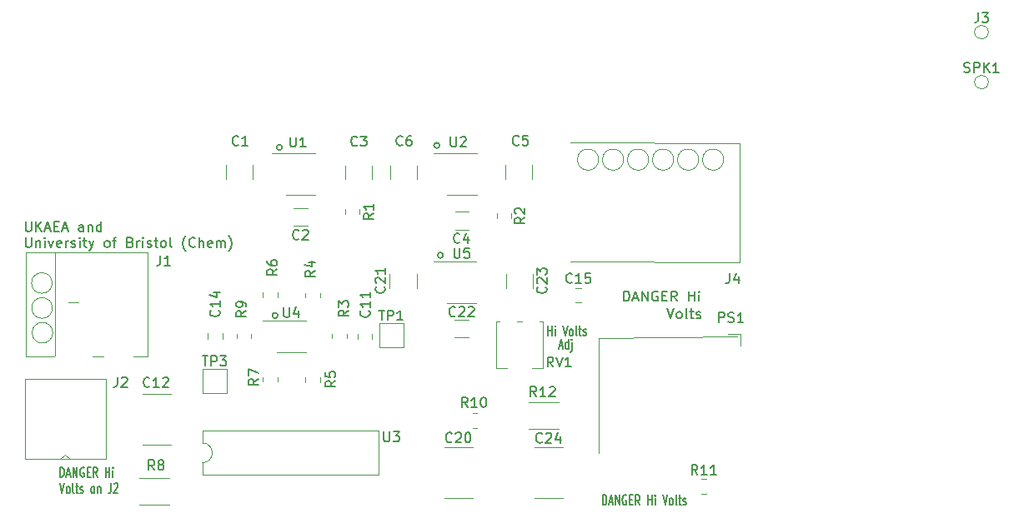
<source format=gbr>
%TF.GenerationSoftware,KiCad,Pcbnew,7.0.1*%
%TF.CreationDate,2023-12-13T14:51:25+00:00*%
%TF.ProjectId,UoB Amptek,556f4220-416d-4707-9465-6b2e6b696361,1*%
%TF.SameCoordinates,Original*%
%TF.FileFunction,Legend,Top*%
%TF.FilePolarity,Positive*%
%FSLAX46Y46*%
G04 Gerber Fmt 4.6, Leading zero omitted, Abs format (unit mm)*
G04 Created by KiCad (PCBNEW 7.0.1) date 2023-12-13 14:51:25*
%MOMM*%
%LPD*%
G01*
G04 APERTURE LIST*
%ADD10C,0.150000*%
%ADD11C,0.120000*%
%ADD12C,0.100000*%
G04 APERTURE END LIST*
D10*
X127838200Y-57226200D02*
G75*
G03*
X127838200Y-57226200I-279400J0D01*
G01*
X111428400Y-74523600D02*
G75*
G03*
X111428400Y-74523600I-279400J0D01*
G01*
X111861600Y-57429400D02*
G75*
G03*
X111861600Y-57429400I-279400J0D01*
G01*
X128219200Y-68402200D02*
G75*
G03*
X128219200Y-68402200I-279400J0D01*
G01*
X144413266Y-93781419D02*
X144413266Y-92781419D01*
X144413266Y-92781419D02*
X144579933Y-92781419D01*
X144579933Y-92781419D02*
X144679933Y-92829038D01*
X144679933Y-92829038D02*
X144746600Y-92924276D01*
X144746600Y-92924276D02*
X144779933Y-93019514D01*
X144779933Y-93019514D02*
X144813266Y-93209990D01*
X144813266Y-93209990D02*
X144813266Y-93352847D01*
X144813266Y-93352847D02*
X144779933Y-93543323D01*
X144779933Y-93543323D02*
X144746600Y-93638561D01*
X144746600Y-93638561D02*
X144679933Y-93733800D01*
X144679933Y-93733800D02*
X144579933Y-93781419D01*
X144579933Y-93781419D02*
X144413266Y-93781419D01*
X145079933Y-93495704D02*
X145413266Y-93495704D01*
X145013266Y-93781419D02*
X145246600Y-92781419D01*
X145246600Y-92781419D02*
X145479933Y-93781419D01*
X145713266Y-93781419D02*
X145713266Y-92781419D01*
X145713266Y-92781419D02*
X146113266Y-93781419D01*
X146113266Y-93781419D02*
X146113266Y-92781419D01*
X146813266Y-92829038D02*
X146746599Y-92781419D01*
X146746599Y-92781419D02*
X146646599Y-92781419D01*
X146646599Y-92781419D02*
X146546599Y-92829038D01*
X146546599Y-92829038D02*
X146479933Y-92924276D01*
X146479933Y-92924276D02*
X146446599Y-93019514D01*
X146446599Y-93019514D02*
X146413266Y-93209990D01*
X146413266Y-93209990D02*
X146413266Y-93352847D01*
X146413266Y-93352847D02*
X146446599Y-93543323D01*
X146446599Y-93543323D02*
X146479933Y-93638561D01*
X146479933Y-93638561D02*
X146546599Y-93733800D01*
X146546599Y-93733800D02*
X146646599Y-93781419D01*
X146646599Y-93781419D02*
X146713266Y-93781419D01*
X146713266Y-93781419D02*
X146813266Y-93733800D01*
X146813266Y-93733800D02*
X146846599Y-93686180D01*
X146846599Y-93686180D02*
X146846599Y-93352847D01*
X146846599Y-93352847D02*
X146713266Y-93352847D01*
X147146599Y-93257609D02*
X147379933Y-93257609D01*
X147479933Y-93781419D02*
X147146599Y-93781419D01*
X147146599Y-93781419D02*
X147146599Y-92781419D01*
X147146599Y-92781419D02*
X147479933Y-92781419D01*
X148179932Y-93781419D02*
X147946599Y-93305228D01*
X147779932Y-93781419D02*
X147779932Y-92781419D01*
X147779932Y-92781419D02*
X148046599Y-92781419D01*
X148046599Y-92781419D02*
X148113266Y-92829038D01*
X148113266Y-92829038D02*
X148146599Y-92876657D01*
X148146599Y-92876657D02*
X148179932Y-92971895D01*
X148179932Y-92971895D02*
X148179932Y-93114752D01*
X148179932Y-93114752D02*
X148146599Y-93209990D01*
X148146599Y-93209990D02*
X148113266Y-93257609D01*
X148113266Y-93257609D02*
X148046599Y-93305228D01*
X148046599Y-93305228D02*
X147779932Y-93305228D01*
X149013265Y-93781419D02*
X149013265Y-92781419D01*
X149013265Y-93257609D02*
X149413265Y-93257609D01*
X149413265Y-93781419D02*
X149413265Y-92781419D01*
X149746598Y-93781419D02*
X149746598Y-93114752D01*
X149746598Y-92781419D02*
X149713265Y-92829038D01*
X149713265Y-92829038D02*
X149746598Y-92876657D01*
X149746598Y-92876657D02*
X149779932Y-92829038D01*
X149779932Y-92829038D02*
X149746598Y-92781419D01*
X149746598Y-92781419D02*
X149746598Y-92876657D01*
X150513264Y-92781419D02*
X150746598Y-93781419D01*
X150746598Y-93781419D02*
X150979931Y-92781419D01*
X151313264Y-93781419D02*
X151246598Y-93733800D01*
X151246598Y-93733800D02*
X151213264Y-93686180D01*
X151213264Y-93686180D02*
X151179931Y-93590942D01*
X151179931Y-93590942D02*
X151179931Y-93305228D01*
X151179931Y-93305228D02*
X151213264Y-93209990D01*
X151213264Y-93209990D02*
X151246598Y-93162371D01*
X151246598Y-93162371D02*
X151313264Y-93114752D01*
X151313264Y-93114752D02*
X151413264Y-93114752D01*
X151413264Y-93114752D02*
X151479931Y-93162371D01*
X151479931Y-93162371D02*
X151513264Y-93209990D01*
X151513264Y-93209990D02*
X151546598Y-93305228D01*
X151546598Y-93305228D02*
X151546598Y-93590942D01*
X151546598Y-93590942D02*
X151513264Y-93686180D01*
X151513264Y-93686180D02*
X151479931Y-93733800D01*
X151479931Y-93733800D02*
X151413264Y-93781419D01*
X151413264Y-93781419D02*
X151313264Y-93781419D01*
X151946597Y-93781419D02*
X151879931Y-93733800D01*
X151879931Y-93733800D02*
X151846597Y-93638561D01*
X151846597Y-93638561D02*
X151846597Y-92781419D01*
X152113264Y-93114752D02*
X152379931Y-93114752D01*
X152213264Y-92781419D02*
X152213264Y-93638561D01*
X152213264Y-93638561D02*
X152246598Y-93733800D01*
X152246598Y-93733800D02*
X152313264Y-93781419D01*
X152313264Y-93781419D02*
X152379931Y-93781419D01*
X152579931Y-93733800D02*
X152646598Y-93781419D01*
X152646598Y-93781419D02*
X152779931Y-93781419D01*
X152779931Y-93781419D02*
X152846598Y-93733800D01*
X152846598Y-93733800D02*
X152879931Y-93638561D01*
X152879931Y-93638561D02*
X152879931Y-93590942D01*
X152879931Y-93590942D02*
X152846598Y-93495704D01*
X152846598Y-93495704D02*
X152779931Y-93448085D01*
X152779931Y-93448085D02*
X152679931Y-93448085D01*
X152679931Y-93448085D02*
X152613264Y-93400466D01*
X152613264Y-93400466D02*
X152579931Y-93305228D01*
X152579931Y-93305228D02*
X152579931Y-93257609D01*
X152579931Y-93257609D02*
X152613264Y-93162371D01*
X152613264Y-93162371D02*
X152679931Y-93114752D01*
X152679931Y-93114752D02*
X152779931Y-93114752D01*
X152779931Y-93114752D02*
X152846598Y-93162371D01*
X89346066Y-90962019D02*
X89346066Y-89962019D01*
X89346066Y-89962019D02*
X89512733Y-89962019D01*
X89512733Y-89962019D02*
X89612733Y-90009638D01*
X89612733Y-90009638D02*
X89679400Y-90104876D01*
X89679400Y-90104876D02*
X89712733Y-90200114D01*
X89712733Y-90200114D02*
X89746066Y-90390590D01*
X89746066Y-90390590D02*
X89746066Y-90533447D01*
X89746066Y-90533447D02*
X89712733Y-90723923D01*
X89712733Y-90723923D02*
X89679400Y-90819161D01*
X89679400Y-90819161D02*
X89612733Y-90914400D01*
X89612733Y-90914400D02*
X89512733Y-90962019D01*
X89512733Y-90962019D02*
X89346066Y-90962019D01*
X90012733Y-90676304D02*
X90346066Y-90676304D01*
X89946066Y-90962019D02*
X90179400Y-89962019D01*
X90179400Y-89962019D02*
X90412733Y-90962019D01*
X90646066Y-90962019D02*
X90646066Y-89962019D01*
X90646066Y-89962019D02*
X91046066Y-90962019D01*
X91046066Y-90962019D02*
X91046066Y-89962019D01*
X91746066Y-90009638D02*
X91679399Y-89962019D01*
X91679399Y-89962019D02*
X91579399Y-89962019D01*
X91579399Y-89962019D02*
X91479399Y-90009638D01*
X91479399Y-90009638D02*
X91412733Y-90104876D01*
X91412733Y-90104876D02*
X91379399Y-90200114D01*
X91379399Y-90200114D02*
X91346066Y-90390590D01*
X91346066Y-90390590D02*
X91346066Y-90533447D01*
X91346066Y-90533447D02*
X91379399Y-90723923D01*
X91379399Y-90723923D02*
X91412733Y-90819161D01*
X91412733Y-90819161D02*
X91479399Y-90914400D01*
X91479399Y-90914400D02*
X91579399Y-90962019D01*
X91579399Y-90962019D02*
X91646066Y-90962019D01*
X91646066Y-90962019D02*
X91746066Y-90914400D01*
X91746066Y-90914400D02*
X91779399Y-90866780D01*
X91779399Y-90866780D02*
X91779399Y-90533447D01*
X91779399Y-90533447D02*
X91646066Y-90533447D01*
X92079399Y-90438209D02*
X92312733Y-90438209D01*
X92412733Y-90962019D02*
X92079399Y-90962019D01*
X92079399Y-90962019D02*
X92079399Y-89962019D01*
X92079399Y-89962019D02*
X92412733Y-89962019D01*
X93112732Y-90962019D02*
X92879399Y-90485828D01*
X92712732Y-90962019D02*
X92712732Y-89962019D01*
X92712732Y-89962019D02*
X92979399Y-89962019D01*
X92979399Y-89962019D02*
X93046066Y-90009638D01*
X93046066Y-90009638D02*
X93079399Y-90057257D01*
X93079399Y-90057257D02*
X93112732Y-90152495D01*
X93112732Y-90152495D02*
X93112732Y-90295352D01*
X93112732Y-90295352D02*
X93079399Y-90390590D01*
X93079399Y-90390590D02*
X93046066Y-90438209D01*
X93046066Y-90438209D02*
X92979399Y-90485828D01*
X92979399Y-90485828D02*
X92712732Y-90485828D01*
X93946065Y-90962019D02*
X93946065Y-89962019D01*
X93946065Y-90438209D02*
X94346065Y-90438209D01*
X94346065Y-90962019D02*
X94346065Y-89962019D01*
X94679398Y-90962019D02*
X94679398Y-90295352D01*
X94679398Y-89962019D02*
X94646065Y-90009638D01*
X94646065Y-90009638D02*
X94679398Y-90057257D01*
X94679398Y-90057257D02*
X94712732Y-90009638D01*
X94712732Y-90009638D02*
X94679398Y-89962019D01*
X94679398Y-89962019D02*
X94679398Y-90057257D01*
X85836095Y-64974019D02*
X85836095Y-65783542D01*
X85836095Y-65783542D02*
X85883714Y-65878780D01*
X85883714Y-65878780D02*
X85931333Y-65926400D01*
X85931333Y-65926400D02*
X86026571Y-65974019D01*
X86026571Y-65974019D02*
X86217047Y-65974019D01*
X86217047Y-65974019D02*
X86312285Y-65926400D01*
X86312285Y-65926400D02*
X86359904Y-65878780D01*
X86359904Y-65878780D02*
X86407523Y-65783542D01*
X86407523Y-65783542D02*
X86407523Y-64974019D01*
X86883714Y-65974019D02*
X86883714Y-64974019D01*
X87455142Y-65974019D02*
X87026571Y-65402590D01*
X87455142Y-64974019D02*
X86883714Y-65545447D01*
X87836095Y-65688304D02*
X88312285Y-65688304D01*
X87740857Y-65974019D02*
X88074190Y-64974019D01*
X88074190Y-64974019D02*
X88407523Y-65974019D01*
X88740857Y-65450209D02*
X89074190Y-65450209D01*
X89217047Y-65974019D02*
X88740857Y-65974019D01*
X88740857Y-65974019D02*
X88740857Y-64974019D01*
X88740857Y-64974019D02*
X89217047Y-64974019D01*
X89598000Y-65688304D02*
X90074190Y-65688304D01*
X89502762Y-65974019D02*
X89836095Y-64974019D01*
X89836095Y-64974019D02*
X90169428Y-65974019D01*
X91693238Y-65974019D02*
X91693238Y-65450209D01*
X91693238Y-65450209D02*
X91645619Y-65354971D01*
X91645619Y-65354971D02*
X91550381Y-65307352D01*
X91550381Y-65307352D02*
X91359905Y-65307352D01*
X91359905Y-65307352D02*
X91264667Y-65354971D01*
X91693238Y-65926400D02*
X91598000Y-65974019D01*
X91598000Y-65974019D02*
X91359905Y-65974019D01*
X91359905Y-65974019D02*
X91264667Y-65926400D01*
X91264667Y-65926400D02*
X91217048Y-65831161D01*
X91217048Y-65831161D02*
X91217048Y-65735923D01*
X91217048Y-65735923D02*
X91264667Y-65640685D01*
X91264667Y-65640685D02*
X91359905Y-65593066D01*
X91359905Y-65593066D02*
X91598000Y-65593066D01*
X91598000Y-65593066D02*
X91693238Y-65545447D01*
X92169429Y-65307352D02*
X92169429Y-65974019D01*
X92169429Y-65402590D02*
X92217048Y-65354971D01*
X92217048Y-65354971D02*
X92312286Y-65307352D01*
X92312286Y-65307352D02*
X92455143Y-65307352D01*
X92455143Y-65307352D02*
X92550381Y-65354971D01*
X92550381Y-65354971D02*
X92598000Y-65450209D01*
X92598000Y-65450209D02*
X92598000Y-65974019D01*
X93502762Y-65974019D02*
X93502762Y-64974019D01*
X93502762Y-65926400D02*
X93407524Y-65974019D01*
X93407524Y-65974019D02*
X93217048Y-65974019D01*
X93217048Y-65974019D02*
X93121810Y-65926400D01*
X93121810Y-65926400D02*
X93074191Y-65878780D01*
X93074191Y-65878780D02*
X93026572Y-65783542D01*
X93026572Y-65783542D02*
X93026572Y-65497828D01*
X93026572Y-65497828D02*
X93074191Y-65402590D01*
X93074191Y-65402590D02*
X93121810Y-65354971D01*
X93121810Y-65354971D02*
X93217048Y-65307352D01*
X93217048Y-65307352D02*
X93407524Y-65307352D01*
X93407524Y-65307352D02*
X93502762Y-65354971D01*
X85836095Y-66594019D02*
X85836095Y-67403542D01*
X85836095Y-67403542D02*
X85883714Y-67498780D01*
X85883714Y-67498780D02*
X85931333Y-67546400D01*
X85931333Y-67546400D02*
X86026571Y-67594019D01*
X86026571Y-67594019D02*
X86217047Y-67594019D01*
X86217047Y-67594019D02*
X86312285Y-67546400D01*
X86312285Y-67546400D02*
X86359904Y-67498780D01*
X86359904Y-67498780D02*
X86407523Y-67403542D01*
X86407523Y-67403542D02*
X86407523Y-66594019D01*
X86883714Y-66927352D02*
X86883714Y-67594019D01*
X86883714Y-67022590D02*
X86931333Y-66974971D01*
X86931333Y-66974971D02*
X87026571Y-66927352D01*
X87026571Y-66927352D02*
X87169428Y-66927352D01*
X87169428Y-66927352D02*
X87264666Y-66974971D01*
X87264666Y-66974971D02*
X87312285Y-67070209D01*
X87312285Y-67070209D02*
X87312285Y-67594019D01*
X87788476Y-67594019D02*
X87788476Y-66927352D01*
X87788476Y-66594019D02*
X87740857Y-66641638D01*
X87740857Y-66641638D02*
X87788476Y-66689257D01*
X87788476Y-66689257D02*
X87836095Y-66641638D01*
X87836095Y-66641638D02*
X87788476Y-66594019D01*
X87788476Y-66594019D02*
X87788476Y-66689257D01*
X88169428Y-66927352D02*
X88407523Y-67594019D01*
X88407523Y-67594019D02*
X88645618Y-66927352D01*
X89407523Y-67546400D02*
X89312285Y-67594019D01*
X89312285Y-67594019D02*
X89121809Y-67594019D01*
X89121809Y-67594019D02*
X89026571Y-67546400D01*
X89026571Y-67546400D02*
X88978952Y-67451161D01*
X88978952Y-67451161D02*
X88978952Y-67070209D01*
X88978952Y-67070209D02*
X89026571Y-66974971D01*
X89026571Y-66974971D02*
X89121809Y-66927352D01*
X89121809Y-66927352D02*
X89312285Y-66927352D01*
X89312285Y-66927352D02*
X89407523Y-66974971D01*
X89407523Y-66974971D02*
X89455142Y-67070209D01*
X89455142Y-67070209D02*
X89455142Y-67165447D01*
X89455142Y-67165447D02*
X88978952Y-67260685D01*
X89883714Y-67594019D02*
X89883714Y-66927352D01*
X89883714Y-67117828D02*
X89931333Y-67022590D01*
X89931333Y-67022590D02*
X89978952Y-66974971D01*
X89978952Y-66974971D02*
X90074190Y-66927352D01*
X90074190Y-66927352D02*
X90169428Y-66927352D01*
X90455143Y-67546400D02*
X90550381Y-67594019D01*
X90550381Y-67594019D02*
X90740857Y-67594019D01*
X90740857Y-67594019D02*
X90836095Y-67546400D01*
X90836095Y-67546400D02*
X90883714Y-67451161D01*
X90883714Y-67451161D02*
X90883714Y-67403542D01*
X90883714Y-67403542D02*
X90836095Y-67308304D01*
X90836095Y-67308304D02*
X90740857Y-67260685D01*
X90740857Y-67260685D02*
X90598000Y-67260685D01*
X90598000Y-67260685D02*
X90502762Y-67213066D01*
X90502762Y-67213066D02*
X90455143Y-67117828D01*
X90455143Y-67117828D02*
X90455143Y-67070209D01*
X90455143Y-67070209D02*
X90502762Y-66974971D01*
X90502762Y-66974971D02*
X90598000Y-66927352D01*
X90598000Y-66927352D02*
X90740857Y-66927352D01*
X90740857Y-66927352D02*
X90836095Y-66974971D01*
X91312286Y-67594019D02*
X91312286Y-66927352D01*
X91312286Y-66594019D02*
X91264667Y-66641638D01*
X91264667Y-66641638D02*
X91312286Y-66689257D01*
X91312286Y-66689257D02*
X91359905Y-66641638D01*
X91359905Y-66641638D02*
X91312286Y-66594019D01*
X91312286Y-66594019D02*
X91312286Y-66689257D01*
X91645619Y-66927352D02*
X92026571Y-66927352D01*
X91788476Y-66594019D02*
X91788476Y-67451161D01*
X91788476Y-67451161D02*
X91836095Y-67546400D01*
X91836095Y-67546400D02*
X91931333Y-67594019D01*
X91931333Y-67594019D02*
X92026571Y-67594019D01*
X92264667Y-66927352D02*
X92502762Y-67594019D01*
X92740857Y-66927352D02*
X92502762Y-67594019D01*
X92502762Y-67594019D02*
X92407524Y-67832114D01*
X92407524Y-67832114D02*
X92359905Y-67879733D01*
X92359905Y-67879733D02*
X92264667Y-67927352D01*
X94026572Y-67594019D02*
X93931334Y-67546400D01*
X93931334Y-67546400D02*
X93883715Y-67498780D01*
X93883715Y-67498780D02*
X93836096Y-67403542D01*
X93836096Y-67403542D02*
X93836096Y-67117828D01*
X93836096Y-67117828D02*
X93883715Y-67022590D01*
X93883715Y-67022590D02*
X93931334Y-66974971D01*
X93931334Y-66974971D02*
X94026572Y-66927352D01*
X94026572Y-66927352D02*
X94169429Y-66927352D01*
X94169429Y-66927352D02*
X94264667Y-66974971D01*
X94264667Y-66974971D02*
X94312286Y-67022590D01*
X94312286Y-67022590D02*
X94359905Y-67117828D01*
X94359905Y-67117828D02*
X94359905Y-67403542D01*
X94359905Y-67403542D02*
X94312286Y-67498780D01*
X94312286Y-67498780D02*
X94264667Y-67546400D01*
X94264667Y-67546400D02*
X94169429Y-67594019D01*
X94169429Y-67594019D02*
X94026572Y-67594019D01*
X94645620Y-66927352D02*
X95026572Y-66927352D01*
X94788477Y-67594019D02*
X94788477Y-66736876D01*
X94788477Y-66736876D02*
X94836096Y-66641638D01*
X94836096Y-66641638D02*
X94931334Y-66594019D01*
X94931334Y-66594019D02*
X95026572Y-66594019D01*
X96455144Y-67070209D02*
X96598001Y-67117828D01*
X96598001Y-67117828D02*
X96645620Y-67165447D01*
X96645620Y-67165447D02*
X96693239Y-67260685D01*
X96693239Y-67260685D02*
X96693239Y-67403542D01*
X96693239Y-67403542D02*
X96645620Y-67498780D01*
X96645620Y-67498780D02*
X96598001Y-67546400D01*
X96598001Y-67546400D02*
X96502763Y-67594019D01*
X96502763Y-67594019D02*
X96121811Y-67594019D01*
X96121811Y-67594019D02*
X96121811Y-66594019D01*
X96121811Y-66594019D02*
X96455144Y-66594019D01*
X96455144Y-66594019D02*
X96550382Y-66641638D01*
X96550382Y-66641638D02*
X96598001Y-66689257D01*
X96598001Y-66689257D02*
X96645620Y-66784495D01*
X96645620Y-66784495D02*
X96645620Y-66879733D01*
X96645620Y-66879733D02*
X96598001Y-66974971D01*
X96598001Y-66974971D02*
X96550382Y-67022590D01*
X96550382Y-67022590D02*
X96455144Y-67070209D01*
X96455144Y-67070209D02*
X96121811Y-67070209D01*
X97121811Y-67594019D02*
X97121811Y-66927352D01*
X97121811Y-67117828D02*
X97169430Y-67022590D01*
X97169430Y-67022590D02*
X97217049Y-66974971D01*
X97217049Y-66974971D02*
X97312287Y-66927352D01*
X97312287Y-66927352D02*
X97407525Y-66927352D01*
X97740859Y-67594019D02*
X97740859Y-66927352D01*
X97740859Y-66594019D02*
X97693240Y-66641638D01*
X97693240Y-66641638D02*
X97740859Y-66689257D01*
X97740859Y-66689257D02*
X97788478Y-66641638D01*
X97788478Y-66641638D02*
X97740859Y-66594019D01*
X97740859Y-66594019D02*
X97740859Y-66689257D01*
X98169430Y-67546400D02*
X98264668Y-67594019D01*
X98264668Y-67594019D02*
X98455144Y-67594019D01*
X98455144Y-67594019D02*
X98550382Y-67546400D01*
X98550382Y-67546400D02*
X98598001Y-67451161D01*
X98598001Y-67451161D02*
X98598001Y-67403542D01*
X98598001Y-67403542D02*
X98550382Y-67308304D01*
X98550382Y-67308304D02*
X98455144Y-67260685D01*
X98455144Y-67260685D02*
X98312287Y-67260685D01*
X98312287Y-67260685D02*
X98217049Y-67213066D01*
X98217049Y-67213066D02*
X98169430Y-67117828D01*
X98169430Y-67117828D02*
X98169430Y-67070209D01*
X98169430Y-67070209D02*
X98217049Y-66974971D01*
X98217049Y-66974971D02*
X98312287Y-66927352D01*
X98312287Y-66927352D02*
X98455144Y-66927352D01*
X98455144Y-66927352D02*
X98550382Y-66974971D01*
X98883716Y-66927352D02*
X99264668Y-66927352D01*
X99026573Y-66594019D02*
X99026573Y-67451161D01*
X99026573Y-67451161D02*
X99074192Y-67546400D01*
X99074192Y-67546400D02*
X99169430Y-67594019D01*
X99169430Y-67594019D02*
X99264668Y-67594019D01*
X99740859Y-67594019D02*
X99645621Y-67546400D01*
X99645621Y-67546400D02*
X99598002Y-67498780D01*
X99598002Y-67498780D02*
X99550383Y-67403542D01*
X99550383Y-67403542D02*
X99550383Y-67117828D01*
X99550383Y-67117828D02*
X99598002Y-67022590D01*
X99598002Y-67022590D02*
X99645621Y-66974971D01*
X99645621Y-66974971D02*
X99740859Y-66927352D01*
X99740859Y-66927352D02*
X99883716Y-66927352D01*
X99883716Y-66927352D02*
X99978954Y-66974971D01*
X99978954Y-66974971D02*
X100026573Y-67022590D01*
X100026573Y-67022590D02*
X100074192Y-67117828D01*
X100074192Y-67117828D02*
X100074192Y-67403542D01*
X100074192Y-67403542D02*
X100026573Y-67498780D01*
X100026573Y-67498780D02*
X99978954Y-67546400D01*
X99978954Y-67546400D02*
X99883716Y-67594019D01*
X99883716Y-67594019D02*
X99740859Y-67594019D01*
X100645621Y-67594019D02*
X100550383Y-67546400D01*
X100550383Y-67546400D02*
X100502764Y-67451161D01*
X100502764Y-67451161D02*
X100502764Y-66594019D01*
X102074193Y-67974971D02*
X102026574Y-67927352D01*
X102026574Y-67927352D02*
X101931336Y-67784495D01*
X101931336Y-67784495D02*
X101883717Y-67689257D01*
X101883717Y-67689257D02*
X101836098Y-67546400D01*
X101836098Y-67546400D02*
X101788479Y-67308304D01*
X101788479Y-67308304D02*
X101788479Y-67117828D01*
X101788479Y-67117828D02*
X101836098Y-66879733D01*
X101836098Y-66879733D02*
X101883717Y-66736876D01*
X101883717Y-66736876D02*
X101931336Y-66641638D01*
X101931336Y-66641638D02*
X102026574Y-66498780D01*
X102026574Y-66498780D02*
X102074193Y-66451161D01*
X103026574Y-67498780D02*
X102978955Y-67546400D01*
X102978955Y-67546400D02*
X102836098Y-67594019D01*
X102836098Y-67594019D02*
X102740860Y-67594019D01*
X102740860Y-67594019D02*
X102598003Y-67546400D01*
X102598003Y-67546400D02*
X102502765Y-67451161D01*
X102502765Y-67451161D02*
X102455146Y-67355923D01*
X102455146Y-67355923D02*
X102407527Y-67165447D01*
X102407527Y-67165447D02*
X102407527Y-67022590D01*
X102407527Y-67022590D02*
X102455146Y-66832114D01*
X102455146Y-66832114D02*
X102502765Y-66736876D01*
X102502765Y-66736876D02*
X102598003Y-66641638D01*
X102598003Y-66641638D02*
X102740860Y-66594019D01*
X102740860Y-66594019D02*
X102836098Y-66594019D01*
X102836098Y-66594019D02*
X102978955Y-66641638D01*
X102978955Y-66641638D02*
X103026574Y-66689257D01*
X103455146Y-67594019D02*
X103455146Y-66594019D01*
X103883717Y-67594019D02*
X103883717Y-67070209D01*
X103883717Y-67070209D02*
X103836098Y-66974971D01*
X103836098Y-66974971D02*
X103740860Y-66927352D01*
X103740860Y-66927352D02*
X103598003Y-66927352D01*
X103598003Y-66927352D02*
X103502765Y-66974971D01*
X103502765Y-66974971D02*
X103455146Y-67022590D01*
X104740860Y-67546400D02*
X104645622Y-67594019D01*
X104645622Y-67594019D02*
X104455146Y-67594019D01*
X104455146Y-67594019D02*
X104359908Y-67546400D01*
X104359908Y-67546400D02*
X104312289Y-67451161D01*
X104312289Y-67451161D02*
X104312289Y-67070209D01*
X104312289Y-67070209D02*
X104359908Y-66974971D01*
X104359908Y-66974971D02*
X104455146Y-66927352D01*
X104455146Y-66927352D02*
X104645622Y-66927352D01*
X104645622Y-66927352D02*
X104740860Y-66974971D01*
X104740860Y-66974971D02*
X104788479Y-67070209D01*
X104788479Y-67070209D02*
X104788479Y-67165447D01*
X104788479Y-67165447D02*
X104312289Y-67260685D01*
X105217051Y-67594019D02*
X105217051Y-66927352D01*
X105217051Y-67022590D02*
X105264670Y-66974971D01*
X105264670Y-66974971D02*
X105359908Y-66927352D01*
X105359908Y-66927352D02*
X105502765Y-66927352D01*
X105502765Y-66927352D02*
X105598003Y-66974971D01*
X105598003Y-66974971D02*
X105645622Y-67070209D01*
X105645622Y-67070209D02*
X105645622Y-67594019D01*
X105645622Y-67070209D02*
X105693241Y-66974971D01*
X105693241Y-66974971D02*
X105788479Y-66927352D01*
X105788479Y-66927352D02*
X105931336Y-66927352D01*
X105931336Y-66927352D02*
X106026575Y-66974971D01*
X106026575Y-66974971D02*
X106074194Y-67070209D01*
X106074194Y-67070209D02*
X106074194Y-67594019D01*
X106455146Y-67974971D02*
X106502765Y-67927352D01*
X106502765Y-67927352D02*
X106598003Y-67784495D01*
X106598003Y-67784495D02*
X106645622Y-67689257D01*
X106645622Y-67689257D02*
X106693241Y-67546400D01*
X106693241Y-67546400D02*
X106740860Y-67308304D01*
X106740860Y-67308304D02*
X106740860Y-67117828D01*
X106740860Y-67117828D02*
X106693241Y-66879733D01*
X106693241Y-66879733D02*
X106645622Y-66736876D01*
X106645622Y-66736876D02*
X106598003Y-66641638D01*
X106598003Y-66641638D02*
X106502765Y-66498780D01*
X106502765Y-66498780D02*
X106455146Y-66451161D01*
X138876066Y-76560219D02*
X138876066Y-75560219D01*
X138876066Y-76036409D02*
X139276066Y-76036409D01*
X139276066Y-76560219D02*
X139276066Y-75560219D01*
X139609399Y-76560219D02*
X139609399Y-75893552D01*
X139609399Y-75560219D02*
X139576066Y-75607838D01*
X139576066Y-75607838D02*
X139609399Y-75655457D01*
X139609399Y-75655457D02*
X139642733Y-75607838D01*
X139642733Y-75607838D02*
X139609399Y-75560219D01*
X139609399Y-75560219D02*
X139609399Y-75655457D01*
X140376065Y-75560219D02*
X140609399Y-76560219D01*
X140609399Y-76560219D02*
X140842732Y-75560219D01*
X141176065Y-76560219D02*
X141109399Y-76512600D01*
X141109399Y-76512600D02*
X141076065Y-76464980D01*
X141076065Y-76464980D02*
X141042732Y-76369742D01*
X141042732Y-76369742D02*
X141042732Y-76084028D01*
X141042732Y-76084028D02*
X141076065Y-75988790D01*
X141076065Y-75988790D02*
X141109399Y-75941171D01*
X141109399Y-75941171D02*
X141176065Y-75893552D01*
X141176065Y-75893552D02*
X141276065Y-75893552D01*
X141276065Y-75893552D02*
X141342732Y-75941171D01*
X141342732Y-75941171D02*
X141376065Y-75988790D01*
X141376065Y-75988790D02*
X141409399Y-76084028D01*
X141409399Y-76084028D02*
X141409399Y-76369742D01*
X141409399Y-76369742D02*
X141376065Y-76464980D01*
X141376065Y-76464980D02*
X141342732Y-76512600D01*
X141342732Y-76512600D02*
X141276065Y-76560219D01*
X141276065Y-76560219D02*
X141176065Y-76560219D01*
X141809398Y-76560219D02*
X141742732Y-76512600D01*
X141742732Y-76512600D02*
X141709398Y-76417361D01*
X141709398Y-76417361D02*
X141709398Y-75560219D01*
X141976065Y-75893552D02*
X142242732Y-75893552D01*
X142076065Y-75560219D02*
X142076065Y-76417361D01*
X142076065Y-76417361D02*
X142109399Y-76512600D01*
X142109399Y-76512600D02*
X142176065Y-76560219D01*
X142176065Y-76560219D02*
X142242732Y-76560219D01*
X142442732Y-76512600D02*
X142509399Y-76560219D01*
X142509399Y-76560219D02*
X142642732Y-76560219D01*
X142642732Y-76560219D02*
X142709399Y-76512600D01*
X142709399Y-76512600D02*
X142742732Y-76417361D01*
X142742732Y-76417361D02*
X142742732Y-76369742D01*
X142742732Y-76369742D02*
X142709399Y-76274504D01*
X142709399Y-76274504D02*
X142642732Y-76226885D01*
X142642732Y-76226885D02*
X142542732Y-76226885D01*
X142542732Y-76226885D02*
X142476065Y-76179266D01*
X142476065Y-76179266D02*
X142442732Y-76084028D01*
X142442732Y-76084028D02*
X142442732Y-76036409D01*
X142442732Y-76036409D02*
X142476065Y-75941171D01*
X142476065Y-75941171D02*
X142542732Y-75893552D01*
X142542732Y-75893552D02*
X142642732Y-75893552D01*
X142642732Y-75893552D02*
X142709399Y-75941171D01*
X89296866Y-91587619D02*
X89530200Y-92587619D01*
X89530200Y-92587619D02*
X89763533Y-91587619D01*
X90096866Y-92587619D02*
X90030200Y-92540000D01*
X90030200Y-92540000D02*
X89996866Y-92492380D01*
X89996866Y-92492380D02*
X89963533Y-92397142D01*
X89963533Y-92397142D02*
X89963533Y-92111428D01*
X89963533Y-92111428D02*
X89996866Y-92016190D01*
X89996866Y-92016190D02*
X90030200Y-91968571D01*
X90030200Y-91968571D02*
X90096866Y-91920952D01*
X90096866Y-91920952D02*
X90196866Y-91920952D01*
X90196866Y-91920952D02*
X90263533Y-91968571D01*
X90263533Y-91968571D02*
X90296866Y-92016190D01*
X90296866Y-92016190D02*
X90330200Y-92111428D01*
X90330200Y-92111428D02*
X90330200Y-92397142D01*
X90330200Y-92397142D02*
X90296866Y-92492380D01*
X90296866Y-92492380D02*
X90263533Y-92540000D01*
X90263533Y-92540000D02*
X90196866Y-92587619D01*
X90196866Y-92587619D02*
X90096866Y-92587619D01*
X90730199Y-92587619D02*
X90663533Y-92540000D01*
X90663533Y-92540000D02*
X90630199Y-92444761D01*
X90630199Y-92444761D02*
X90630199Y-91587619D01*
X90896866Y-91920952D02*
X91163533Y-91920952D01*
X90996866Y-91587619D02*
X90996866Y-92444761D01*
X90996866Y-92444761D02*
X91030200Y-92540000D01*
X91030200Y-92540000D02*
X91096866Y-92587619D01*
X91096866Y-92587619D02*
X91163533Y-92587619D01*
X91363533Y-92540000D02*
X91430200Y-92587619D01*
X91430200Y-92587619D02*
X91563533Y-92587619D01*
X91563533Y-92587619D02*
X91630200Y-92540000D01*
X91630200Y-92540000D02*
X91663533Y-92444761D01*
X91663533Y-92444761D02*
X91663533Y-92397142D01*
X91663533Y-92397142D02*
X91630200Y-92301904D01*
X91630200Y-92301904D02*
X91563533Y-92254285D01*
X91563533Y-92254285D02*
X91463533Y-92254285D01*
X91463533Y-92254285D02*
X91396866Y-92206666D01*
X91396866Y-92206666D02*
X91363533Y-92111428D01*
X91363533Y-92111428D02*
X91363533Y-92063809D01*
X91363533Y-92063809D02*
X91396866Y-91968571D01*
X91396866Y-91968571D02*
X91463533Y-91920952D01*
X91463533Y-91920952D02*
X91563533Y-91920952D01*
X91563533Y-91920952D02*
X91630200Y-91968571D01*
X92596866Y-92587619D02*
X92530200Y-92540000D01*
X92530200Y-92540000D02*
X92496866Y-92492380D01*
X92496866Y-92492380D02*
X92463533Y-92397142D01*
X92463533Y-92397142D02*
X92463533Y-92111428D01*
X92463533Y-92111428D02*
X92496866Y-92016190D01*
X92496866Y-92016190D02*
X92530200Y-91968571D01*
X92530200Y-91968571D02*
X92596866Y-91920952D01*
X92596866Y-91920952D02*
X92696866Y-91920952D01*
X92696866Y-91920952D02*
X92763533Y-91968571D01*
X92763533Y-91968571D02*
X92796866Y-92016190D01*
X92796866Y-92016190D02*
X92830200Y-92111428D01*
X92830200Y-92111428D02*
X92830200Y-92397142D01*
X92830200Y-92397142D02*
X92796866Y-92492380D01*
X92796866Y-92492380D02*
X92763533Y-92540000D01*
X92763533Y-92540000D02*
X92696866Y-92587619D01*
X92696866Y-92587619D02*
X92596866Y-92587619D01*
X93130199Y-91920952D02*
X93130199Y-92587619D01*
X93130199Y-92016190D02*
X93163533Y-91968571D01*
X93163533Y-91968571D02*
X93230199Y-91920952D01*
X93230199Y-91920952D02*
X93330199Y-91920952D01*
X93330199Y-91920952D02*
X93396866Y-91968571D01*
X93396866Y-91968571D02*
X93430199Y-92063809D01*
X93430199Y-92063809D02*
X93430199Y-92587619D01*
X94496865Y-91587619D02*
X94496865Y-92301904D01*
X94496865Y-92301904D02*
X94463532Y-92444761D01*
X94463532Y-92444761D02*
X94396865Y-92540000D01*
X94396865Y-92540000D02*
X94296865Y-92587619D01*
X94296865Y-92587619D02*
X94230199Y-92587619D01*
X94796865Y-91682857D02*
X94830198Y-91635238D01*
X94830198Y-91635238D02*
X94896865Y-91587619D01*
X94896865Y-91587619D02*
X95063532Y-91587619D01*
X95063532Y-91587619D02*
X95130198Y-91635238D01*
X95130198Y-91635238D02*
X95163532Y-91682857D01*
X95163532Y-91682857D02*
X95196865Y-91778095D01*
X95196865Y-91778095D02*
X95196865Y-91873333D01*
X95196865Y-91873333D02*
X95163532Y-92016190D01*
X95163532Y-92016190D02*
X94763532Y-92587619D01*
X94763532Y-92587619D02*
X95196865Y-92587619D01*
X140011133Y-77620704D02*
X140344466Y-77620704D01*
X139944466Y-77906419D02*
X140177800Y-76906419D01*
X140177800Y-76906419D02*
X140411133Y-77906419D01*
X140944466Y-77906419D02*
X140944466Y-76906419D01*
X140944466Y-77858800D02*
X140877800Y-77906419D01*
X140877800Y-77906419D02*
X140744466Y-77906419D01*
X140744466Y-77906419D02*
X140677800Y-77858800D01*
X140677800Y-77858800D02*
X140644466Y-77811180D01*
X140644466Y-77811180D02*
X140611133Y-77715942D01*
X140611133Y-77715942D02*
X140611133Y-77430228D01*
X140611133Y-77430228D02*
X140644466Y-77334990D01*
X140644466Y-77334990D02*
X140677800Y-77287371D01*
X140677800Y-77287371D02*
X140744466Y-77239752D01*
X140744466Y-77239752D02*
X140877800Y-77239752D01*
X140877800Y-77239752D02*
X140944466Y-77287371D01*
X141277799Y-77239752D02*
X141277799Y-78096895D01*
X141277799Y-78096895D02*
X141244466Y-78192133D01*
X141244466Y-78192133D02*
X141177799Y-78239752D01*
X141177799Y-78239752D02*
X141144466Y-78239752D01*
X141277799Y-76906419D02*
X141244466Y-76954038D01*
X141244466Y-76954038D02*
X141277799Y-77001657D01*
X141277799Y-77001657D02*
X141311133Y-76954038D01*
X141311133Y-76954038D02*
X141277799Y-76906419D01*
X141277799Y-76906419D02*
X141277799Y-77001657D01*
X146567495Y-73055019D02*
X146567495Y-72055019D01*
X146567495Y-72055019D02*
X146805590Y-72055019D01*
X146805590Y-72055019D02*
X146948447Y-72102638D01*
X146948447Y-72102638D02*
X147043685Y-72197876D01*
X147043685Y-72197876D02*
X147091304Y-72293114D01*
X147091304Y-72293114D02*
X147138923Y-72483590D01*
X147138923Y-72483590D02*
X147138923Y-72626447D01*
X147138923Y-72626447D02*
X147091304Y-72816923D01*
X147091304Y-72816923D02*
X147043685Y-72912161D01*
X147043685Y-72912161D02*
X146948447Y-73007400D01*
X146948447Y-73007400D02*
X146805590Y-73055019D01*
X146805590Y-73055019D02*
X146567495Y-73055019D01*
X147519876Y-72769304D02*
X147996066Y-72769304D01*
X147424638Y-73055019D02*
X147757971Y-72055019D01*
X147757971Y-72055019D02*
X148091304Y-73055019D01*
X148424638Y-73055019D02*
X148424638Y-72055019D01*
X148424638Y-72055019D02*
X148996066Y-73055019D01*
X148996066Y-73055019D02*
X148996066Y-72055019D01*
X149996066Y-72102638D02*
X149900828Y-72055019D01*
X149900828Y-72055019D02*
X149757971Y-72055019D01*
X149757971Y-72055019D02*
X149615114Y-72102638D01*
X149615114Y-72102638D02*
X149519876Y-72197876D01*
X149519876Y-72197876D02*
X149472257Y-72293114D01*
X149472257Y-72293114D02*
X149424638Y-72483590D01*
X149424638Y-72483590D02*
X149424638Y-72626447D01*
X149424638Y-72626447D02*
X149472257Y-72816923D01*
X149472257Y-72816923D02*
X149519876Y-72912161D01*
X149519876Y-72912161D02*
X149615114Y-73007400D01*
X149615114Y-73007400D02*
X149757971Y-73055019D01*
X149757971Y-73055019D02*
X149853209Y-73055019D01*
X149853209Y-73055019D02*
X149996066Y-73007400D01*
X149996066Y-73007400D02*
X150043685Y-72959780D01*
X150043685Y-72959780D02*
X150043685Y-72626447D01*
X150043685Y-72626447D02*
X149853209Y-72626447D01*
X150472257Y-72531209D02*
X150805590Y-72531209D01*
X150948447Y-73055019D02*
X150472257Y-73055019D01*
X150472257Y-73055019D02*
X150472257Y-72055019D01*
X150472257Y-72055019D02*
X150948447Y-72055019D01*
X151948447Y-73055019D02*
X151615114Y-72578828D01*
X151377019Y-73055019D02*
X151377019Y-72055019D01*
X151377019Y-72055019D02*
X151757971Y-72055019D01*
X151757971Y-72055019D02*
X151853209Y-72102638D01*
X151853209Y-72102638D02*
X151900828Y-72150257D01*
X151900828Y-72150257D02*
X151948447Y-72245495D01*
X151948447Y-72245495D02*
X151948447Y-72388352D01*
X151948447Y-72388352D02*
X151900828Y-72483590D01*
X151900828Y-72483590D02*
X151853209Y-72531209D01*
X151853209Y-72531209D02*
X151757971Y-72578828D01*
X151757971Y-72578828D02*
X151377019Y-72578828D01*
X153138924Y-73055019D02*
X153138924Y-72055019D01*
X153138924Y-72531209D02*
X153710352Y-72531209D01*
X153710352Y-73055019D02*
X153710352Y-72055019D01*
X154186543Y-73055019D02*
X154186543Y-72388352D01*
X154186543Y-72055019D02*
X154138924Y-72102638D01*
X154138924Y-72102638D02*
X154186543Y-72150257D01*
X154186543Y-72150257D02*
X154234162Y-72102638D01*
X154234162Y-72102638D02*
X154186543Y-72055019D01*
X154186543Y-72055019D02*
X154186543Y-72150257D01*
X150971238Y-73807619D02*
X151304571Y-74807619D01*
X151304571Y-74807619D02*
X151637904Y-73807619D01*
X152114095Y-74807619D02*
X152018857Y-74760000D01*
X152018857Y-74760000D02*
X151971238Y-74712380D01*
X151971238Y-74712380D02*
X151923619Y-74617142D01*
X151923619Y-74617142D02*
X151923619Y-74331428D01*
X151923619Y-74331428D02*
X151971238Y-74236190D01*
X151971238Y-74236190D02*
X152018857Y-74188571D01*
X152018857Y-74188571D02*
X152114095Y-74140952D01*
X152114095Y-74140952D02*
X152256952Y-74140952D01*
X152256952Y-74140952D02*
X152352190Y-74188571D01*
X152352190Y-74188571D02*
X152399809Y-74236190D01*
X152399809Y-74236190D02*
X152447428Y-74331428D01*
X152447428Y-74331428D02*
X152447428Y-74617142D01*
X152447428Y-74617142D02*
X152399809Y-74712380D01*
X152399809Y-74712380D02*
X152352190Y-74760000D01*
X152352190Y-74760000D02*
X152256952Y-74807619D01*
X152256952Y-74807619D02*
X152114095Y-74807619D01*
X153018857Y-74807619D02*
X152923619Y-74760000D01*
X152923619Y-74760000D02*
X152876000Y-74664761D01*
X152876000Y-74664761D02*
X152876000Y-73807619D01*
X153256953Y-74140952D02*
X153637905Y-74140952D01*
X153399810Y-73807619D02*
X153399810Y-74664761D01*
X153399810Y-74664761D02*
X153447429Y-74760000D01*
X153447429Y-74760000D02*
X153542667Y-74807619D01*
X153542667Y-74807619D02*
X153637905Y-74807619D01*
X153923620Y-74760000D02*
X154018858Y-74807619D01*
X154018858Y-74807619D02*
X154209334Y-74807619D01*
X154209334Y-74807619D02*
X154304572Y-74760000D01*
X154304572Y-74760000D02*
X154352191Y-74664761D01*
X154352191Y-74664761D02*
X154352191Y-74617142D01*
X154352191Y-74617142D02*
X154304572Y-74521904D01*
X154304572Y-74521904D02*
X154209334Y-74474285D01*
X154209334Y-74474285D02*
X154066477Y-74474285D01*
X154066477Y-74474285D02*
X153971239Y-74426666D01*
X153971239Y-74426666D02*
X153923620Y-74331428D01*
X153923620Y-74331428D02*
X153923620Y-74283809D01*
X153923620Y-74283809D02*
X153971239Y-74188571D01*
X153971239Y-74188571D02*
X154066477Y-74140952D01*
X154066477Y-74140952D02*
X154209334Y-74140952D01*
X154209334Y-74140952D02*
X154304572Y-74188571D01*
%TO.C,C23*%
X138633580Y-71637657D02*
X138681200Y-71685276D01*
X138681200Y-71685276D02*
X138728819Y-71828133D01*
X138728819Y-71828133D02*
X138728819Y-71923371D01*
X138728819Y-71923371D02*
X138681200Y-72066228D01*
X138681200Y-72066228D02*
X138585961Y-72161466D01*
X138585961Y-72161466D02*
X138490723Y-72209085D01*
X138490723Y-72209085D02*
X138300247Y-72256704D01*
X138300247Y-72256704D02*
X138157390Y-72256704D01*
X138157390Y-72256704D02*
X137966914Y-72209085D01*
X137966914Y-72209085D02*
X137871676Y-72161466D01*
X137871676Y-72161466D02*
X137776438Y-72066228D01*
X137776438Y-72066228D02*
X137728819Y-71923371D01*
X137728819Y-71923371D02*
X137728819Y-71828133D01*
X137728819Y-71828133D02*
X137776438Y-71685276D01*
X137776438Y-71685276D02*
X137824057Y-71637657D01*
X137824057Y-71256704D02*
X137776438Y-71209085D01*
X137776438Y-71209085D02*
X137728819Y-71113847D01*
X137728819Y-71113847D02*
X137728819Y-70875752D01*
X137728819Y-70875752D02*
X137776438Y-70780514D01*
X137776438Y-70780514D02*
X137824057Y-70732895D01*
X137824057Y-70732895D02*
X137919295Y-70685276D01*
X137919295Y-70685276D02*
X138014533Y-70685276D01*
X138014533Y-70685276D02*
X138157390Y-70732895D01*
X138157390Y-70732895D02*
X138728819Y-71304323D01*
X138728819Y-71304323D02*
X138728819Y-70685276D01*
X137728819Y-70351942D02*
X137728819Y-69732895D01*
X137728819Y-69732895D02*
X138109771Y-70066228D01*
X138109771Y-70066228D02*
X138109771Y-69923371D01*
X138109771Y-69923371D02*
X138157390Y-69828133D01*
X138157390Y-69828133D02*
X138205009Y-69780514D01*
X138205009Y-69780514D02*
X138300247Y-69732895D01*
X138300247Y-69732895D02*
X138538342Y-69732895D01*
X138538342Y-69732895D02*
X138633580Y-69780514D01*
X138633580Y-69780514D02*
X138681200Y-69828133D01*
X138681200Y-69828133D02*
X138728819Y-69923371D01*
X138728819Y-69923371D02*
X138728819Y-70209085D01*
X138728819Y-70209085D02*
X138681200Y-70304323D01*
X138681200Y-70304323D02*
X138633580Y-70351942D01*
%TO.C,J1*%
X99514066Y-68423619D02*
X99514066Y-69137904D01*
X99514066Y-69137904D02*
X99466447Y-69280761D01*
X99466447Y-69280761D02*
X99371209Y-69376000D01*
X99371209Y-69376000D02*
X99228352Y-69423619D01*
X99228352Y-69423619D02*
X99133114Y-69423619D01*
X100514066Y-69423619D02*
X99942638Y-69423619D01*
X100228352Y-69423619D02*
X100228352Y-68423619D01*
X100228352Y-68423619D02*
X100133114Y-68566476D01*
X100133114Y-68566476D02*
X100037876Y-68661714D01*
X100037876Y-68661714D02*
X99942638Y-68709333D01*
%TO.C,R4*%
X115193019Y-69965866D02*
X114716828Y-70299199D01*
X115193019Y-70537294D02*
X114193019Y-70537294D01*
X114193019Y-70537294D02*
X114193019Y-70156342D01*
X114193019Y-70156342D02*
X114240638Y-70061104D01*
X114240638Y-70061104D02*
X114288257Y-70013485D01*
X114288257Y-70013485D02*
X114383495Y-69965866D01*
X114383495Y-69965866D02*
X114526352Y-69965866D01*
X114526352Y-69965866D02*
X114621590Y-70013485D01*
X114621590Y-70013485D02*
X114669209Y-70061104D01*
X114669209Y-70061104D02*
X114716828Y-70156342D01*
X114716828Y-70156342D02*
X114716828Y-70537294D01*
X114526352Y-69108723D02*
X115193019Y-69108723D01*
X114145400Y-69346818D02*
X114859685Y-69584913D01*
X114859685Y-69584913D02*
X114859685Y-68965866D01*
%TO.C,RV1*%
X139384161Y-79736019D02*
X139050828Y-79259828D01*
X138812733Y-79736019D02*
X138812733Y-78736019D01*
X138812733Y-78736019D02*
X139193685Y-78736019D01*
X139193685Y-78736019D02*
X139288923Y-78783638D01*
X139288923Y-78783638D02*
X139336542Y-78831257D01*
X139336542Y-78831257D02*
X139384161Y-78926495D01*
X139384161Y-78926495D02*
X139384161Y-79069352D01*
X139384161Y-79069352D02*
X139336542Y-79164590D01*
X139336542Y-79164590D02*
X139288923Y-79212209D01*
X139288923Y-79212209D02*
X139193685Y-79259828D01*
X139193685Y-79259828D02*
X138812733Y-79259828D01*
X139669876Y-78736019D02*
X140003209Y-79736019D01*
X140003209Y-79736019D02*
X140336542Y-78736019D01*
X141193685Y-79736019D02*
X140622257Y-79736019D01*
X140907971Y-79736019D02*
X140907971Y-78736019D01*
X140907971Y-78736019D02*
X140812733Y-78878876D01*
X140812733Y-78878876D02*
X140717495Y-78974114D01*
X140717495Y-78974114D02*
X140622257Y-79021733D01*
%TO.C,U2*%
X128981295Y-56358619D02*
X128981295Y-57168142D01*
X128981295Y-57168142D02*
X129028914Y-57263380D01*
X129028914Y-57263380D02*
X129076533Y-57311000D01*
X129076533Y-57311000D02*
X129171771Y-57358619D01*
X129171771Y-57358619D02*
X129362247Y-57358619D01*
X129362247Y-57358619D02*
X129457485Y-57311000D01*
X129457485Y-57311000D02*
X129505104Y-57263380D01*
X129505104Y-57263380D02*
X129552723Y-57168142D01*
X129552723Y-57168142D02*
X129552723Y-56358619D01*
X129981295Y-56453857D02*
X130028914Y-56406238D01*
X130028914Y-56406238D02*
X130124152Y-56358619D01*
X130124152Y-56358619D02*
X130362247Y-56358619D01*
X130362247Y-56358619D02*
X130457485Y-56406238D01*
X130457485Y-56406238D02*
X130505104Y-56453857D01*
X130505104Y-56453857D02*
X130552723Y-56549095D01*
X130552723Y-56549095D02*
X130552723Y-56644333D01*
X130552723Y-56644333D02*
X130505104Y-56787190D01*
X130505104Y-56787190D02*
X129933676Y-57358619D01*
X129933676Y-57358619D02*
X130552723Y-57358619D01*
%TO.C,R10*%
X130700542Y-83850819D02*
X130367209Y-83374628D01*
X130129114Y-83850819D02*
X130129114Y-82850819D01*
X130129114Y-82850819D02*
X130510066Y-82850819D01*
X130510066Y-82850819D02*
X130605304Y-82898438D01*
X130605304Y-82898438D02*
X130652923Y-82946057D01*
X130652923Y-82946057D02*
X130700542Y-83041295D01*
X130700542Y-83041295D02*
X130700542Y-83184152D01*
X130700542Y-83184152D02*
X130652923Y-83279390D01*
X130652923Y-83279390D02*
X130605304Y-83327009D01*
X130605304Y-83327009D02*
X130510066Y-83374628D01*
X130510066Y-83374628D02*
X130129114Y-83374628D01*
X131652923Y-83850819D02*
X131081495Y-83850819D01*
X131367209Y-83850819D02*
X131367209Y-82850819D01*
X131367209Y-82850819D02*
X131271971Y-82993676D01*
X131271971Y-82993676D02*
X131176733Y-83088914D01*
X131176733Y-83088914D02*
X131081495Y-83136533D01*
X132271971Y-82850819D02*
X132367209Y-82850819D01*
X132367209Y-82850819D02*
X132462447Y-82898438D01*
X132462447Y-82898438D02*
X132510066Y-82946057D01*
X132510066Y-82946057D02*
X132557685Y-83041295D01*
X132557685Y-83041295D02*
X132605304Y-83231771D01*
X132605304Y-83231771D02*
X132605304Y-83469866D01*
X132605304Y-83469866D02*
X132557685Y-83660342D01*
X132557685Y-83660342D02*
X132510066Y-83755580D01*
X132510066Y-83755580D02*
X132462447Y-83803200D01*
X132462447Y-83803200D02*
X132367209Y-83850819D01*
X132367209Y-83850819D02*
X132271971Y-83850819D01*
X132271971Y-83850819D02*
X132176733Y-83803200D01*
X132176733Y-83803200D02*
X132129114Y-83755580D01*
X132129114Y-83755580D02*
X132081495Y-83660342D01*
X132081495Y-83660342D02*
X132033876Y-83469866D01*
X132033876Y-83469866D02*
X132033876Y-83231771D01*
X132033876Y-83231771D02*
X132081495Y-83041295D01*
X132081495Y-83041295D02*
X132129114Y-82946057D01*
X132129114Y-82946057D02*
X132176733Y-82898438D01*
X132176733Y-82898438D02*
X132271971Y-82850819D01*
%TO.C,R7*%
X109454019Y-80989466D02*
X108977828Y-81322799D01*
X109454019Y-81560894D02*
X108454019Y-81560894D01*
X108454019Y-81560894D02*
X108454019Y-81179942D01*
X108454019Y-81179942D02*
X108501638Y-81084704D01*
X108501638Y-81084704D02*
X108549257Y-81037085D01*
X108549257Y-81037085D02*
X108644495Y-80989466D01*
X108644495Y-80989466D02*
X108787352Y-80989466D01*
X108787352Y-80989466D02*
X108882590Y-81037085D01*
X108882590Y-81037085D02*
X108930209Y-81084704D01*
X108930209Y-81084704D02*
X108977828Y-81179942D01*
X108977828Y-81179942D02*
X108977828Y-81560894D01*
X108454019Y-80656132D02*
X108454019Y-79989466D01*
X108454019Y-79989466D02*
X109454019Y-80418037D01*
%TO.C,SPK1*%
X181118095Y-49767000D02*
X181260952Y-49814619D01*
X181260952Y-49814619D02*
X181499047Y-49814619D01*
X181499047Y-49814619D02*
X181594285Y-49767000D01*
X181594285Y-49767000D02*
X181641904Y-49719380D01*
X181641904Y-49719380D02*
X181689523Y-49624142D01*
X181689523Y-49624142D02*
X181689523Y-49528904D01*
X181689523Y-49528904D02*
X181641904Y-49433666D01*
X181641904Y-49433666D02*
X181594285Y-49386047D01*
X181594285Y-49386047D02*
X181499047Y-49338428D01*
X181499047Y-49338428D02*
X181308571Y-49290809D01*
X181308571Y-49290809D02*
X181213333Y-49243190D01*
X181213333Y-49243190D02*
X181165714Y-49195571D01*
X181165714Y-49195571D02*
X181118095Y-49100333D01*
X181118095Y-49100333D02*
X181118095Y-49005095D01*
X181118095Y-49005095D02*
X181165714Y-48909857D01*
X181165714Y-48909857D02*
X181213333Y-48862238D01*
X181213333Y-48862238D02*
X181308571Y-48814619D01*
X181308571Y-48814619D02*
X181546666Y-48814619D01*
X181546666Y-48814619D02*
X181689523Y-48862238D01*
X182118095Y-49814619D02*
X182118095Y-48814619D01*
X182118095Y-48814619D02*
X182499047Y-48814619D01*
X182499047Y-48814619D02*
X182594285Y-48862238D01*
X182594285Y-48862238D02*
X182641904Y-48909857D01*
X182641904Y-48909857D02*
X182689523Y-49005095D01*
X182689523Y-49005095D02*
X182689523Y-49147952D01*
X182689523Y-49147952D02*
X182641904Y-49243190D01*
X182641904Y-49243190D02*
X182594285Y-49290809D01*
X182594285Y-49290809D02*
X182499047Y-49338428D01*
X182499047Y-49338428D02*
X182118095Y-49338428D01*
X183118095Y-49814619D02*
X183118095Y-48814619D01*
X183689523Y-49814619D02*
X183260952Y-49243190D01*
X183689523Y-48814619D02*
X183118095Y-49386047D01*
X184641904Y-49814619D02*
X184070476Y-49814619D01*
X184356190Y-49814619D02*
X184356190Y-48814619D01*
X184356190Y-48814619D02*
X184260952Y-48957476D01*
X184260952Y-48957476D02*
X184165714Y-49052714D01*
X184165714Y-49052714D02*
X184070476Y-49100333D01*
%TO.C,TP1*%
X121699495Y-73994819D02*
X122270923Y-73994819D01*
X121985209Y-74994819D02*
X121985209Y-73994819D01*
X122604257Y-74994819D02*
X122604257Y-73994819D01*
X122604257Y-73994819D02*
X122985209Y-73994819D01*
X122985209Y-73994819D02*
X123080447Y-74042438D01*
X123080447Y-74042438D02*
X123128066Y-74090057D01*
X123128066Y-74090057D02*
X123175685Y-74185295D01*
X123175685Y-74185295D02*
X123175685Y-74328152D01*
X123175685Y-74328152D02*
X123128066Y-74423390D01*
X123128066Y-74423390D02*
X123080447Y-74471009D01*
X123080447Y-74471009D02*
X122985209Y-74518628D01*
X122985209Y-74518628D02*
X122604257Y-74518628D01*
X124128066Y-74994819D02*
X123556638Y-74994819D01*
X123842352Y-74994819D02*
X123842352Y-73994819D01*
X123842352Y-73994819D02*
X123747114Y-74137676D01*
X123747114Y-74137676D02*
X123651876Y-74232914D01*
X123651876Y-74232914D02*
X123556638Y-74280533D01*
%TO.C,J2*%
X95145266Y-80793419D02*
X95145266Y-81507704D01*
X95145266Y-81507704D02*
X95097647Y-81650561D01*
X95097647Y-81650561D02*
X95002409Y-81745800D01*
X95002409Y-81745800D02*
X94859552Y-81793419D01*
X94859552Y-81793419D02*
X94764314Y-81793419D01*
X95573838Y-80888657D02*
X95621457Y-80841038D01*
X95621457Y-80841038D02*
X95716695Y-80793419D01*
X95716695Y-80793419D02*
X95954790Y-80793419D01*
X95954790Y-80793419D02*
X96050028Y-80841038D01*
X96050028Y-80841038D02*
X96097647Y-80888657D01*
X96097647Y-80888657D02*
X96145266Y-80983895D01*
X96145266Y-80983895D02*
X96145266Y-81079133D01*
X96145266Y-81079133D02*
X96097647Y-81221990D01*
X96097647Y-81221990D02*
X95526219Y-81793419D01*
X95526219Y-81793419D02*
X96145266Y-81793419D01*
%TO.C,C20*%
X129100342Y-87336980D02*
X129052723Y-87384600D01*
X129052723Y-87384600D02*
X128909866Y-87432219D01*
X128909866Y-87432219D02*
X128814628Y-87432219D01*
X128814628Y-87432219D02*
X128671771Y-87384600D01*
X128671771Y-87384600D02*
X128576533Y-87289361D01*
X128576533Y-87289361D02*
X128528914Y-87194123D01*
X128528914Y-87194123D02*
X128481295Y-87003647D01*
X128481295Y-87003647D02*
X128481295Y-86860790D01*
X128481295Y-86860790D02*
X128528914Y-86670314D01*
X128528914Y-86670314D02*
X128576533Y-86575076D01*
X128576533Y-86575076D02*
X128671771Y-86479838D01*
X128671771Y-86479838D02*
X128814628Y-86432219D01*
X128814628Y-86432219D02*
X128909866Y-86432219D01*
X128909866Y-86432219D02*
X129052723Y-86479838D01*
X129052723Y-86479838D02*
X129100342Y-86527457D01*
X129481295Y-86527457D02*
X129528914Y-86479838D01*
X129528914Y-86479838D02*
X129624152Y-86432219D01*
X129624152Y-86432219D02*
X129862247Y-86432219D01*
X129862247Y-86432219D02*
X129957485Y-86479838D01*
X129957485Y-86479838D02*
X130005104Y-86527457D01*
X130005104Y-86527457D02*
X130052723Y-86622695D01*
X130052723Y-86622695D02*
X130052723Y-86717933D01*
X130052723Y-86717933D02*
X130005104Y-86860790D01*
X130005104Y-86860790D02*
X129433676Y-87432219D01*
X129433676Y-87432219D02*
X130052723Y-87432219D01*
X130671771Y-86432219D02*
X130767009Y-86432219D01*
X130767009Y-86432219D02*
X130862247Y-86479838D01*
X130862247Y-86479838D02*
X130909866Y-86527457D01*
X130909866Y-86527457D02*
X130957485Y-86622695D01*
X130957485Y-86622695D02*
X131005104Y-86813171D01*
X131005104Y-86813171D02*
X131005104Y-87051266D01*
X131005104Y-87051266D02*
X130957485Y-87241742D01*
X130957485Y-87241742D02*
X130909866Y-87336980D01*
X130909866Y-87336980D02*
X130862247Y-87384600D01*
X130862247Y-87384600D02*
X130767009Y-87432219D01*
X130767009Y-87432219D02*
X130671771Y-87432219D01*
X130671771Y-87432219D02*
X130576533Y-87384600D01*
X130576533Y-87384600D02*
X130528914Y-87336980D01*
X130528914Y-87336980D02*
X130481295Y-87241742D01*
X130481295Y-87241742D02*
X130433676Y-87051266D01*
X130433676Y-87051266D02*
X130433676Y-86813171D01*
X130433676Y-86813171D02*
X130481295Y-86622695D01*
X130481295Y-86622695D02*
X130528914Y-86527457D01*
X130528914Y-86527457D02*
X130576533Y-86479838D01*
X130576533Y-86479838D02*
X130671771Y-86432219D01*
%TO.C,C6*%
X124090133Y-57161780D02*
X124042514Y-57209400D01*
X124042514Y-57209400D02*
X123899657Y-57257019D01*
X123899657Y-57257019D02*
X123804419Y-57257019D01*
X123804419Y-57257019D02*
X123661562Y-57209400D01*
X123661562Y-57209400D02*
X123566324Y-57114161D01*
X123566324Y-57114161D02*
X123518705Y-57018923D01*
X123518705Y-57018923D02*
X123471086Y-56828447D01*
X123471086Y-56828447D02*
X123471086Y-56685590D01*
X123471086Y-56685590D02*
X123518705Y-56495114D01*
X123518705Y-56495114D02*
X123566324Y-56399876D01*
X123566324Y-56399876D02*
X123661562Y-56304638D01*
X123661562Y-56304638D02*
X123804419Y-56257019D01*
X123804419Y-56257019D02*
X123899657Y-56257019D01*
X123899657Y-56257019D02*
X124042514Y-56304638D01*
X124042514Y-56304638D02*
X124090133Y-56352257D01*
X124947276Y-56257019D02*
X124756800Y-56257019D01*
X124756800Y-56257019D02*
X124661562Y-56304638D01*
X124661562Y-56304638D02*
X124613943Y-56352257D01*
X124613943Y-56352257D02*
X124518705Y-56495114D01*
X124518705Y-56495114D02*
X124471086Y-56685590D01*
X124471086Y-56685590D02*
X124471086Y-57066542D01*
X124471086Y-57066542D02*
X124518705Y-57161780D01*
X124518705Y-57161780D02*
X124566324Y-57209400D01*
X124566324Y-57209400D02*
X124661562Y-57257019D01*
X124661562Y-57257019D02*
X124852038Y-57257019D01*
X124852038Y-57257019D02*
X124947276Y-57209400D01*
X124947276Y-57209400D02*
X124994895Y-57161780D01*
X124994895Y-57161780D02*
X125042514Y-57066542D01*
X125042514Y-57066542D02*
X125042514Y-56828447D01*
X125042514Y-56828447D02*
X124994895Y-56733209D01*
X124994895Y-56733209D02*
X124947276Y-56685590D01*
X124947276Y-56685590D02*
X124852038Y-56637971D01*
X124852038Y-56637971D02*
X124661562Y-56637971D01*
X124661562Y-56637971D02*
X124566324Y-56685590D01*
X124566324Y-56685590D02*
X124518705Y-56733209D01*
X124518705Y-56733209D02*
X124471086Y-56828447D01*
%TO.C,R3*%
X118596619Y-74004466D02*
X118120428Y-74337799D01*
X118596619Y-74575894D02*
X117596619Y-74575894D01*
X117596619Y-74575894D02*
X117596619Y-74194942D01*
X117596619Y-74194942D02*
X117644238Y-74099704D01*
X117644238Y-74099704D02*
X117691857Y-74052085D01*
X117691857Y-74052085D02*
X117787095Y-74004466D01*
X117787095Y-74004466D02*
X117929952Y-74004466D01*
X117929952Y-74004466D02*
X118025190Y-74052085D01*
X118025190Y-74052085D02*
X118072809Y-74099704D01*
X118072809Y-74099704D02*
X118120428Y-74194942D01*
X118120428Y-74194942D02*
X118120428Y-74575894D01*
X117596619Y-73671132D02*
X117596619Y-73052085D01*
X117596619Y-73052085D02*
X117977571Y-73385418D01*
X117977571Y-73385418D02*
X117977571Y-73242561D01*
X117977571Y-73242561D02*
X118025190Y-73147323D01*
X118025190Y-73147323D02*
X118072809Y-73099704D01*
X118072809Y-73099704D02*
X118168047Y-73052085D01*
X118168047Y-73052085D02*
X118406142Y-73052085D01*
X118406142Y-73052085D02*
X118501380Y-73099704D01*
X118501380Y-73099704D02*
X118549000Y-73147323D01*
X118549000Y-73147323D02*
X118596619Y-73242561D01*
X118596619Y-73242561D02*
X118596619Y-73528275D01*
X118596619Y-73528275D02*
X118549000Y-73623513D01*
X118549000Y-73623513D02*
X118501380Y-73671132D01*
%TO.C,C5*%
X135901133Y-57136380D02*
X135853514Y-57184000D01*
X135853514Y-57184000D02*
X135710657Y-57231619D01*
X135710657Y-57231619D02*
X135615419Y-57231619D01*
X135615419Y-57231619D02*
X135472562Y-57184000D01*
X135472562Y-57184000D02*
X135377324Y-57088761D01*
X135377324Y-57088761D02*
X135329705Y-56993523D01*
X135329705Y-56993523D02*
X135282086Y-56803047D01*
X135282086Y-56803047D02*
X135282086Y-56660190D01*
X135282086Y-56660190D02*
X135329705Y-56469714D01*
X135329705Y-56469714D02*
X135377324Y-56374476D01*
X135377324Y-56374476D02*
X135472562Y-56279238D01*
X135472562Y-56279238D02*
X135615419Y-56231619D01*
X135615419Y-56231619D02*
X135710657Y-56231619D01*
X135710657Y-56231619D02*
X135853514Y-56279238D01*
X135853514Y-56279238D02*
X135901133Y-56326857D01*
X136805895Y-56231619D02*
X136329705Y-56231619D01*
X136329705Y-56231619D02*
X136282086Y-56707809D01*
X136282086Y-56707809D02*
X136329705Y-56660190D01*
X136329705Y-56660190D02*
X136424943Y-56612571D01*
X136424943Y-56612571D02*
X136663038Y-56612571D01*
X136663038Y-56612571D02*
X136758276Y-56660190D01*
X136758276Y-56660190D02*
X136805895Y-56707809D01*
X136805895Y-56707809D02*
X136853514Y-56803047D01*
X136853514Y-56803047D02*
X136853514Y-57041142D01*
X136853514Y-57041142D02*
X136805895Y-57136380D01*
X136805895Y-57136380D02*
X136758276Y-57184000D01*
X136758276Y-57184000D02*
X136663038Y-57231619D01*
X136663038Y-57231619D02*
X136424943Y-57231619D01*
X136424943Y-57231619D02*
X136329705Y-57184000D01*
X136329705Y-57184000D02*
X136282086Y-57136380D01*
%TO.C,R5*%
X117277219Y-81167266D02*
X116801028Y-81500599D01*
X117277219Y-81738694D02*
X116277219Y-81738694D01*
X116277219Y-81738694D02*
X116277219Y-81357742D01*
X116277219Y-81357742D02*
X116324838Y-81262504D01*
X116324838Y-81262504D02*
X116372457Y-81214885D01*
X116372457Y-81214885D02*
X116467695Y-81167266D01*
X116467695Y-81167266D02*
X116610552Y-81167266D01*
X116610552Y-81167266D02*
X116705790Y-81214885D01*
X116705790Y-81214885D02*
X116753409Y-81262504D01*
X116753409Y-81262504D02*
X116801028Y-81357742D01*
X116801028Y-81357742D02*
X116801028Y-81738694D01*
X116277219Y-80262504D02*
X116277219Y-80738694D01*
X116277219Y-80738694D02*
X116753409Y-80786313D01*
X116753409Y-80786313D02*
X116705790Y-80738694D01*
X116705790Y-80738694D02*
X116658171Y-80643456D01*
X116658171Y-80643456D02*
X116658171Y-80405361D01*
X116658171Y-80405361D02*
X116705790Y-80310123D01*
X116705790Y-80310123D02*
X116753409Y-80262504D01*
X116753409Y-80262504D02*
X116848647Y-80214885D01*
X116848647Y-80214885D02*
X117086742Y-80214885D01*
X117086742Y-80214885D02*
X117181980Y-80262504D01*
X117181980Y-80262504D02*
X117229600Y-80310123D01*
X117229600Y-80310123D02*
X117277219Y-80405361D01*
X117277219Y-80405361D02*
X117277219Y-80643456D01*
X117277219Y-80643456D02*
X117229600Y-80738694D01*
X117229600Y-80738694D02*
X117181980Y-80786313D01*
%TO.C,C4*%
X129906733Y-67067780D02*
X129859114Y-67115400D01*
X129859114Y-67115400D02*
X129716257Y-67163019D01*
X129716257Y-67163019D02*
X129621019Y-67163019D01*
X129621019Y-67163019D02*
X129478162Y-67115400D01*
X129478162Y-67115400D02*
X129382924Y-67020161D01*
X129382924Y-67020161D02*
X129335305Y-66924923D01*
X129335305Y-66924923D02*
X129287686Y-66734447D01*
X129287686Y-66734447D02*
X129287686Y-66591590D01*
X129287686Y-66591590D02*
X129335305Y-66401114D01*
X129335305Y-66401114D02*
X129382924Y-66305876D01*
X129382924Y-66305876D02*
X129478162Y-66210638D01*
X129478162Y-66210638D02*
X129621019Y-66163019D01*
X129621019Y-66163019D02*
X129716257Y-66163019D01*
X129716257Y-66163019D02*
X129859114Y-66210638D01*
X129859114Y-66210638D02*
X129906733Y-66258257D01*
X130763876Y-66496352D02*
X130763876Y-67163019D01*
X130525781Y-66115400D02*
X130287686Y-66829685D01*
X130287686Y-66829685D02*
X130906733Y-66829685D01*
%TO.C,R6*%
X111357619Y-69813466D02*
X110881428Y-70146799D01*
X111357619Y-70384894D02*
X110357619Y-70384894D01*
X110357619Y-70384894D02*
X110357619Y-70003942D01*
X110357619Y-70003942D02*
X110405238Y-69908704D01*
X110405238Y-69908704D02*
X110452857Y-69861085D01*
X110452857Y-69861085D02*
X110548095Y-69813466D01*
X110548095Y-69813466D02*
X110690952Y-69813466D01*
X110690952Y-69813466D02*
X110786190Y-69861085D01*
X110786190Y-69861085D02*
X110833809Y-69908704D01*
X110833809Y-69908704D02*
X110881428Y-70003942D01*
X110881428Y-70003942D02*
X110881428Y-70384894D01*
X110357619Y-68956323D02*
X110357619Y-69146799D01*
X110357619Y-69146799D02*
X110405238Y-69242037D01*
X110405238Y-69242037D02*
X110452857Y-69289656D01*
X110452857Y-69289656D02*
X110595714Y-69384894D01*
X110595714Y-69384894D02*
X110786190Y-69432513D01*
X110786190Y-69432513D02*
X111167142Y-69432513D01*
X111167142Y-69432513D02*
X111262380Y-69384894D01*
X111262380Y-69384894D02*
X111310000Y-69337275D01*
X111310000Y-69337275D02*
X111357619Y-69242037D01*
X111357619Y-69242037D02*
X111357619Y-69051561D01*
X111357619Y-69051561D02*
X111310000Y-68956323D01*
X111310000Y-68956323D02*
X111262380Y-68908704D01*
X111262380Y-68908704D02*
X111167142Y-68861085D01*
X111167142Y-68861085D02*
X110929047Y-68861085D01*
X110929047Y-68861085D02*
X110833809Y-68908704D01*
X110833809Y-68908704D02*
X110786190Y-68956323D01*
X110786190Y-68956323D02*
X110738571Y-69051561D01*
X110738571Y-69051561D02*
X110738571Y-69242037D01*
X110738571Y-69242037D02*
X110786190Y-69337275D01*
X110786190Y-69337275D02*
X110833809Y-69384894D01*
X110833809Y-69384894D02*
X110929047Y-69432513D01*
%TO.C,C15*%
X141302542Y-71128180D02*
X141254923Y-71175800D01*
X141254923Y-71175800D02*
X141112066Y-71223419D01*
X141112066Y-71223419D02*
X141016828Y-71223419D01*
X141016828Y-71223419D02*
X140873971Y-71175800D01*
X140873971Y-71175800D02*
X140778733Y-71080561D01*
X140778733Y-71080561D02*
X140731114Y-70985323D01*
X140731114Y-70985323D02*
X140683495Y-70794847D01*
X140683495Y-70794847D02*
X140683495Y-70651990D01*
X140683495Y-70651990D02*
X140731114Y-70461514D01*
X140731114Y-70461514D02*
X140778733Y-70366276D01*
X140778733Y-70366276D02*
X140873971Y-70271038D01*
X140873971Y-70271038D02*
X141016828Y-70223419D01*
X141016828Y-70223419D02*
X141112066Y-70223419D01*
X141112066Y-70223419D02*
X141254923Y-70271038D01*
X141254923Y-70271038D02*
X141302542Y-70318657D01*
X142254923Y-71223419D02*
X141683495Y-71223419D01*
X141969209Y-71223419D02*
X141969209Y-70223419D01*
X141969209Y-70223419D02*
X141873971Y-70366276D01*
X141873971Y-70366276D02*
X141778733Y-70461514D01*
X141778733Y-70461514D02*
X141683495Y-70509133D01*
X143159685Y-70223419D02*
X142683495Y-70223419D01*
X142683495Y-70223419D02*
X142635876Y-70699609D01*
X142635876Y-70699609D02*
X142683495Y-70651990D01*
X142683495Y-70651990D02*
X142778733Y-70604371D01*
X142778733Y-70604371D02*
X143016828Y-70604371D01*
X143016828Y-70604371D02*
X143112066Y-70651990D01*
X143112066Y-70651990D02*
X143159685Y-70699609D01*
X143159685Y-70699609D02*
X143207304Y-70794847D01*
X143207304Y-70794847D02*
X143207304Y-71032942D01*
X143207304Y-71032942D02*
X143159685Y-71128180D01*
X143159685Y-71128180D02*
X143112066Y-71175800D01*
X143112066Y-71175800D02*
X143016828Y-71223419D01*
X143016828Y-71223419D02*
X142778733Y-71223419D01*
X142778733Y-71223419D02*
X142683495Y-71175800D01*
X142683495Y-71175800D02*
X142635876Y-71128180D01*
%TO.C,U4*%
X112039495Y-73695219D02*
X112039495Y-74504742D01*
X112039495Y-74504742D02*
X112087114Y-74599980D01*
X112087114Y-74599980D02*
X112134733Y-74647600D01*
X112134733Y-74647600D02*
X112229971Y-74695219D01*
X112229971Y-74695219D02*
X112420447Y-74695219D01*
X112420447Y-74695219D02*
X112515685Y-74647600D01*
X112515685Y-74647600D02*
X112563304Y-74599980D01*
X112563304Y-74599980D02*
X112610923Y-74504742D01*
X112610923Y-74504742D02*
X112610923Y-73695219D01*
X113515685Y-74028552D02*
X113515685Y-74695219D01*
X113277590Y-73647600D02*
X113039495Y-74361885D01*
X113039495Y-74361885D02*
X113658542Y-74361885D01*
%TO.C,J3*%
X182546666Y-43734619D02*
X182546666Y-44448904D01*
X182546666Y-44448904D02*
X182499047Y-44591761D01*
X182499047Y-44591761D02*
X182403809Y-44687000D01*
X182403809Y-44687000D02*
X182260952Y-44734619D01*
X182260952Y-44734619D02*
X182165714Y-44734619D01*
X182927619Y-43734619D02*
X183546666Y-43734619D01*
X183546666Y-43734619D02*
X183213333Y-44115571D01*
X183213333Y-44115571D02*
X183356190Y-44115571D01*
X183356190Y-44115571D02*
X183451428Y-44163190D01*
X183451428Y-44163190D02*
X183499047Y-44210809D01*
X183499047Y-44210809D02*
X183546666Y-44306047D01*
X183546666Y-44306047D02*
X183546666Y-44544142D01*
X183546666Y-44544142D02*
X183499047Y-44639380D01*
X183499047Y-44639380D02*
X183451428Y-44687000D01*
X183451428Y-44687000D02*
X183356190Y-44734619D01*
X183356190Y-44734619D02*
X183070476Y-44734619D01*
X183070476Y-44734619D02*
X182975238Y-44687000D01*
X182975238Y-44687000D02*
X182927619Y-44639380D01*
%TO.C,U5*%
X129327895Y-67667819D02*
X129327895Y-68477342D01*
X129327895Y-68477342D02*
X129375514Y-68572580D01*
X129375514Y-68572580D02*
X129423133Y-68620200D01*
X129423133Y-68620200D02*
X129518371Y-68667819D01*
X129518371Y-68667819D02*
X129708847Y-68667819D01*
X129708847Y-68667819D02*
X129804085Y-68620200D01*
X129804085Y-68620200D02*
X129851704Y-68572580D01*
X129851704Y-68572580D02*
X129899323Y-68477342D01*
X129899323Y-68477342D02*
X129899323Y-67667819D01*
X130851704Y-67667819D02*
X130375514Y-67667819D01*
X130375514Y-67667819D02*
X130327895Y-68144009D01*
X130327895Y-68144009D02*
X130375514Y-68096390D01*
X130375514Y-68096390D02*
X130470752Y-68048771D01*
X130470752Y-68048771D02*
X130708847Y-68048771D01*
X130708847Y-68048771D02*
X130804085Y-68096390D01*
X130804085Y-68096390D02*
X130851704Y-68144009D01*
X130851704Y-68144009D02*
X130899323Y-68239247D01*
X130899323Y-68239247D02*
X130899323Y-68477342D01*
X130899323Y-68477342D02*
X130851704Y-68572580D01*
X130851704Y-68572580D02*
X130804085Y-68620200D01*
X130804085Y-68620200D02*
X130708847Y-68667819D01*
X130708847Y-68667819D02*
X130470752Y-68667819D01*
X130470752Y-68667819D02*
X130375514Y-68620200D01*
X130375514Y-68620200D02*
X130327895Y-68572580D01*
%TO.C,C2*%
X113572733Y-66707980D02*
X113525114Y-66755600D01*
X113525114Y-66755600D02*
X113382257Y-66803219D01*
X113382257Y-66803219D02*
X113287019Y-66803219D01*
X113287019Y-66803219D02*
X113144162Y-66755600D01*
X113144162Y-66755600D02*
X113048924Y-66660361D01*
X113048924Y-66660361D02*
X113001305Y-66565123D01*
X113001305Y-66565123D02*
X112953686Y-66374647D01*
X112953686Y-66374647D02*
X112953686Y-66231790D01*
X112953686Y-66231790D02*
X113001305Y-66041314D01*
X113001305Y-66041314D02*
X113048924Y-65946076D01*
X113048924Y-65946076D02*
X113144162Y-65850838D01*
X113144162Y-65850838D02*
X113287019Y-65803219D01*
X113287019Y-65803219D02*
X113382257Y-65803219D01*
X113382257Y-65803219D02*
X113525114Y-65850838D01*
X113525114Y-65850838D02*
X113572733Y-65898457D01*
X113953686Y-65898457D02*
X114001305Y-65850838D01*
X114001305Y-65850838D02*
X114096543Y-65803219D01*
X114096543Y-65803219D02*
X114334638Y-65803219D01*
X114334638Y-65803219D02*
X114429876Y-65850838D01*
X114429876Y-65850838D02*
X114477495Y-65898457D01*
X114477495Y-65898457D02*
X114525114Y-65993695D01*
X114525114Y-65993695D02*
X114525114Y-66088933D01*
X114525114Y-66088933D02*
X114477495Y-66231790D01*
X114477495Y-66231790D02*
X113906067Y-66803219D01*
X113906067Y-66803219D02*
X114525114Y-66803219D01*
%TO.C,C3*%
X119492733Y-57212580D02*
X119445114Y-57260200D01*
X119445114Y-57260200D02*
X119302257Y-57307819D01*
X119302257Y-57307819D02*
X119207019Y-57307819D01*
X119207019Y-57307819D02*
X119064162Y-57260200D01*
X119064162Y-57260200D02*
X118968924Y-57164961D01*
X118968924Y-57164961D02*
X118921305Y-57069723D01*
X118921305Y-57069723D02*
X118873686Y-56879247D01*
X118873686Y-56879247D02*
X118873686Y-56736390D01*
X118873686Y-56736390D02*
X118921305Y-56545914D01*
X118921305Y-56545914D02*
X118968924Y-56450676D01*
X118968924Y-56450676D02*
X119064162Y-56355438D01*
X119064162Y-56355438D02*
X119207019Y-56307819D01*
X119207019Y-56307819D02*
X119302257Y-56307819D01*
X119302257Y-56307819D02*
X119445114Y-56355438D01*
X119445114Y-56355438D02*
X119492733Y-56403057D01*
X119826067Y-56307819D02*
X120445114Y-56307819D01*
X120445114Y-56307819D02*
X120111781Y-56688771D01*
X120111781Y-56688771D02*
X120254638Y-56688771D01*
X120254638Y-56688771D02*
X120349876Y-56736390D01*
X120349876Y-56736390D02*
X120397495Y-56784009D01*
X120397495Y-56784009D02*
X120445114Y-56879247D01*
X120445114Y-56879247D02*
X120445114Y-57117342D01*
X120445114Y-57117342D02*
X120397495Y-57212580D01*
X120397495Y-57212580D02*
X120349876Y-57260200D01*
X120349876Y-57260200D02*
X120254638Y-57307819D01*
X120254638Y-57307819D02*
X119968924Y-57307819D01*
X119968924Y-57307819D02*
X119873686Y-57260200D01*
X119873686Y-57260200D02*
X119826067Y-57212580D01*
%TO.C,J4*%
X157299066Y-70252419D02*
X157299066Y-70966704D01*
X157299066Y-70966704D02*
X157251447Y-71109561D01*
X157251447Y-71109561D02*
X157156209Y-71204800D01*
X157156209Y-71204800D02*
X157013352Y-71252419D01*
X157013352Y-71252419D02*
X156918114Y-71252419D01*
X158203828Y-70585752D02*
X158203828Y-71252419D01*
X157965733Y-70204800D02*
X157727638Y-70919085D01*
X157727638Y-70919085D02*
X158346685Y-70919085D01*
%TO.C,R11*%
X154043142Y-90712619D02*
X153709809Y-90236428D01*
X153471714Y-90712619D02*
X153471714Y-89712619D01*
X153471714Y-89712619D02*
X153852666Y-89712619D01*
X153852666Y-89712619D02*
X153947904Y-89760238D01*
X153947904Y-89760238D02*
X153995523Y-89807857D01*
X153995523Y-89807857D02*
X154043142Y-89903095D01*
X154043142Y-89903095D02*
X154043142Y-90045952D01*
X154043142Y-90045952D02*
X153995523Y-90141190D01*
X153995523Y-90141190D02*
X153947904Y-90188809D01*
X153947904Y-90188809D02*
X153852666Y-90236428D01*
X153852666Y-90236428D02*
X153471714Y-90236428D01*
X154995523Y-90712619D02*
X154424095Y-90712619D01*
X154709809Y-90712619D02*
X154709809Y-89712619D01*
X154709809Y-89712619D02*
X154614571Y-89855476D01*
X154614571Y-89855476D02*
X154519333Y-89950714D01*
X154519333Y-89950714D02*
X154424095Y-89998333D01*
X155947904Y-90712619D02*
X155376476Y-90712619D01*
X155662190Y-90712619D02*
X155662190Y-89712619D01*
X155662190Y-89712619D02*
X155566952Y-89855476D01*
X155566952Y-89855476D02*
X155471714Y-89950714D01*
X155471714Y-89950714D02*
X155376476Y-89998333D01*
%TO.C,C12*%
X98417142Y-81723580D02*
X98369523Y-81771200D01*
X98369523Y-81771200D02*
X98226666Y-81818819D01*
X98226666Y-81818819D02*
X98131428Y-81818819D01*
X98131428Y-81818819D02*
X97988571Y-81771200D01*
X97988571Y-81771200D02*
X97893333Y-81675961D01*
X97893333Y-81675961D02*
X97845714Y-81580723D01*
X97845714Y-81580723D02*
X97798095Y-81390247D01*
X97798095Y-81390247D02*
X97798095Y-81247390D01*
X97798095Y-81247390D02*
X97845714Y-81056914D01*
X97845714Y-81056914D02*
X97893333Y-80961676D01*
X97893333Y-80961676D02*
X97988571Y-80866438D01*
X97988571Y-80866438D02*
X98131428Y-80818819D01*
X98131428Y-80818819D02*
X98226666Y-80818819D01*
X98226666Y-80818819D02*
X98369523Y-80866438D01*
X98369523Y-80866438D02*
X98417142Y-80914057D01*
X99369523Y-81818819D02*
X98798095Y-81818819D01*
X99083809Y-81818819D02*
X99083809Y-80818819D01*
X99083809Y-80818819D02*
X98988571Y-80961676D01*
X98988571Y-80961676D02*
X98893333Y-81056914D01*
X98893333Y-81056914D02*
X98798095Y-81104533D01*
X99750476Y-80914057D02*
X99798095Y-80866438D01*
X99798095Y-80866438D02*
X99893333Y-80818819D01*
X99893333Y-80818819D02*
X100131428Y-80818819D01*
X100131428Y-80818819D02*
X100226666Y-80866438D01*
X100226666Y-80866438D02*
X100274285Y-80914057D01*
X100274285Y-80914057D02*
X100321904Y-81009295D01*
X100321904Y-81009295D02*
X100321904Y-81104533D01*
X100321904Y-81104533D02*
X100274285Y-81247390D01*
X100274285Y-81247390D02*
X99702857Y-81818819D01*
X99702857Y-81818819D02*
X100321904Y-81818819D01*
%TO.C,R2*%
X136504019Y-64553766D02*
X136027828Y-64887099D01*
X136504019Y-65125194D02*
X135504019Y-65125194D01*
X135504019Y-65125194D02*
X135504019Y-64744242D01*
X135504019Y-64744242D02*
X135551638Y-64649004D01*
X135551638Y-64649004D02*
X135599257Y-64601385D01*
X135599257Y-64601385D02*
X135694495Y-64553766D01*
X135694495Y-64553766D02*
X135837352Y-64553766D01*
X135837352Y-64553766D02*
X135932590Y-64601385D01*
X135932590Y-64601385D02*
X135980209Y-64649004D01*
X135980209Y-64649004D02*
X136027828Y-64744242D01*
X136027828Y-64744242D02*
X136027828Y-65125194D01*
X135599257Y-64172813D02*
X135551638Y-64125194D01*
X135551638Y-64125194D02*
X135504019Y-64029956D01*
X135504019Y-64029956D02*
X135504019Y-63791861D01*
X135504019Y-63791861D02*
X135551638Y-63696623D01*
X135551638Y-63696623D02*
X135599257Y-63649004D01*
X135599257Y-63649004D02*
X135694495Y-63601385D01*
X135694495Y-63601385D02*
X135789733Y-63601385D01*
X135789733Y-63601385D02*
X135932590Y-63649004D01*
X135932590Y-63649004D02*
X136504019Y-64220432D01*
X136504019Y-64220432D02*
X136504019Y-63601385D01*
%TO.C,C22*%
X129455942Y-74535380D02*
X129408323Y-74583000D01*
X129408323Y-74583000D02*
X129265466Y-74630619D01*
X129265466Y-74630619D02*
X129170228Y-74630619D01*
X129170228Y-74630619D02*
X129027371Y-74583000D01*
X129027371Y-74583000D02*
X128932133Y-74487761D01*
X128932133Y-74487761D02*
X128884514Y-74392523D01*
X128884514Y-74392523D02*
X128836895Y-74202047D01*
X128836895Y-74202047D02*
X128836895Y-74059190D01*
X128836895Y-74059190D02*
X128884514Y-73868714D01*
X128884514Y-73868714D02*
X128932133Y-73773476D01*
X128932133Y-73773476D02*
X129027371Y-73678238D01*
X129027371Y-73678238D02*
X129170228Y-73630619D01*
X129170228Y-73630619D02*
X129265466Y-73630619D01*
X129265466Y-73630619D02*
X129408323Y-73678238D01*
X129408323Y-73678238D02*
X129455942Y-73725857D01*
X129836895Y-73725857D02*
X129884514Y-73678238D01*
X129884514Y-73678238D02*
X129979752Y-73630619D01*
X129979752Y-73630619D02*
X130217847Y-73630619D01*
X130217847Y-73630619D02*
X130313085Y-73678238D01*
X130313085Y-73678238D02*
X130360704Y-73725857D01*
X130360704Y-73725857D02*
X130408323Y-73821095D01*
X130408323Y-73821095D02*
X130408323Y-73916333D01*
X130408323Y-73916333D02*
X130360704Y-74059190D01*
X130360704Y-74059190D02*
X129789276Y-74630619D01*
X129789276Y-74630619D02*
X130408323Y-74630619D01*
X130789276Y-73725857D02*
X130836895Y-73678238D01*
X130836895Y-73678238D02*
X130932133Y-73630619D01*
X130932133Y-73630619D02*
X131170228Y-73630619D01*
X131170228Y-73630619D02*
X131265466Y-73678238D01*
X131265466Y-73678238D02*
X131313085Y-73725857D01*
X131313085Y-73725857D02*
X131360704Y-73821095D01*
X131360704Y-73821095D02*
X131360704Y-73916333D01*
X131360704Y-73916333D02*
X131313085Y-74059190D01*
X131313085Y-74059190D02*
X130741657Y-74630619D01*
X130741657Y-74630619D02*
X131360704Y-74630619D01*
%TO.C,U1*%
X112699895Y-56384019D02*
X112699895Y-57193542D01*
X112699895Y-57193542D02*
X112747514Y-57288780D01*
X112747514Y-57288780D02*
X112795133Y-57336400D01*
X112795133Y-57336400D02*
X112890371Y-57384019D01*
X112890371Y-57384019D02*
X113080847Y-57384019D01*
X113080847Y-57384019D02*
X113176085Y-57336400D01*
X113176085Y-57336400D02*
X113223704Y-57288780D01*
X113223704Y-57288780D02*
X113271323Y-57193542D01*
X113271323Y-57193542D02*
X113271323Y-56384019D01*
X114271323Y-57384019D02*
X113699895Y-57384019D01*
X113985609Y-57384019D02*
X113985609Y-56384019D01*
X113985609Y-56384019D02*
X113890371Y-56526876D01*
X113890371Y-56526876D02*
X113795133Y-56622114D01*
X113795133Y-56622114D02*
X113699895Y-56669733D01*
%TO.C,R12*%
X137685542Y-82758619D02*
X137352209Y-82282428D01*
X137114114Y-82758619D02*
X137114114Y-81758619D01*
X137114114Y-81758619D02*
X137495066Y-81758619D01*
X137495066Y-81758619D02*
X137590304Y-81806238D01*
X137590304Y-81806238D02*
X137637923Y-81853857D01*
X137637923Y-81853857D02*
X137685542Y-81949095D01*
X137685542Y-81949095D02*
X137685542Y-82091952D01*
X137685542Y-82091952D02*
X137637923Y-82187190D01*
X137637923Y-82187190D02*
X137590304Y-82234809D01*
X137590304Y-82234809D02*
X137495066Y-82282428D01*
X137495066Y-82282428D02*
X137114114Y-82282428D01*
X138637923Y-82758619D02*
X138066495Y-82758619D01*
X138352209Y-82758619D02*
X138352209Y-81758619D01*
X138352209Y-81758619D02*
X138256971Y-81901476D01*
X138256971Y-81901476D02*
X138161733Y-81996714D01*
X138161733Y-81996714D02*
X138066495Y-82044333D01*
X139018876Y-81853857D02*
X139066495Y-81806238D01*
X139066495Y-81806238D02*
X139161733Y-81758619D01*
X139161733Y-81758619D02*
X139399828Y-81758619D01*
X139399828Y-81758619D02*
X139495066Y-81806238D01*
X139495066Y-81806238D02*
X139542685Y-81853857D01*
X139542685Y-81853857D02*
X139590304Y-81949095D01*
X139590304Y-81949095D02*
X139590304Y-82044333D01*
X139590304Y-82044333D02*
X139542685Y-82187190D01*
X139542685Y-82187190D02*
X138971257Y-82758619D01*
X138971257Y-82758619D02*
X139590304Y-82758619D01*
%TO.C,R1*%
X121138019Y-64149266D02*
X120661828Y-64482599D01*
X121138019Y-64720694D02*
X120138019Y-64720694D01*
X120138019Y-64720694D02*
X120138019Y-64339742D01*
X120138019Y-64339742D02*
X120185638Y-64244504D01*
X120185638Y-64244504D02*
X120233257Y-64196885D01*
X120233257Y-64196885D02*
X120328495Y-64149266D01*
X120328495Y-64149266D02*
X120471352Y-64149266D01*
X120471352Y-64149266D02*
X120566590Y-64196885D01*
X120566590Y-64196885D02*
X120614209Y-64244504D01*
X120614209Y-64244504D02*
X120661828Y-64339742D01*
X120661828Y-64339742D02*
X120661828Y-64720694D01*
X121138019Y-63196885D02*
X121138019Y-63768313D01*
X121138019Y-63482599D02*
X120138019Y-63482599D01*
X120138019Y-63482599D02*
X120280876Y-63577837D01*
X120280876Y-63577837D02*
X120376114Y-63673075D01*
X120376114Y-63673075D02*
X120423733Y-63768313D01*
%TO.C,R8*%
X98893333Y-90226219D02*
X98560000Y-89750028D01*
X98321905Y-90226219D02*
X98321905Y-89226219D01*
X98321905Y-89226219D02*
X98702857Y-89226219D01*
X98702857Y-89226219D02*
X98798095Y-89273838D01*
X98798095Y-89273838D02*
X98845714Y-89321457D01*
X98845714Y-89321457D02*
X98893333Y-89416695D01*
X98893333Y-89416695D02*
X98893333Y-89559552D01*
X98893333Y-89559552D02*
X98845714Y-89654790D01*
X98845714Y-89654790D02*
X98798095Y-89702409D01*
X98798095Y-89702409D02*
X98702857Y-89750028D01*
X98702857Y-89750028D02*
X98321905Y-89750028D01*
X99464762Y-89654790D02*
X99369524Y-89607171D01*
X99369524Y-89607171D02*
X99321905Y-89559552D01*
X99321905Y-89559552D02*
X99274286Y-89464314D01*
X99274286Y-89464314D02*
X99274286Y-89416695D01*
X99274286Y-89416695D02*
X99321905Y-89321457D01*
X99321905Y-89321457D02*
X99369524Y-89273838D01*
X99369524Y-89273838D02*
X99464762Y-89226219D01*
X99464762Y-89226219D02*
X99655238Y-89226219D01*
X99655238Y-89226219D02*
X99750476Y-89273838D01*
X99750476Y-89273838D02*
X99798095Y-89321457D01*
X99798095Y-89321457D02*
X99845714Y-89416695D01*
X99845714Y-89416695D02*
X99845714Y-89464314D01*
X99845714Y-89464314D02*
X99798095Y-89559552D01*
X99798095Y-89559552D02*
X99750476Y-89607171D01*
X99750476Y-89607171D02*
X99655238Y-89654790D01*
X99655238Y-89654790D02*
X99464762Y-89654790D01*
X99464762Y-89654790D02*
X99369524Y-89702409D01*
X99369524Y-89702409D02*
X99321905Y-89750028D01*
X99321905Y-89750028D02*
X99274286Y-89845266D01*
X99274286Y-89845266D02*
X99274286Y-90035742D01*
X99274286Y-90035742D02*
X99321905Y-90130980D01*
X99321905Y-90130980D02*
X99369524Y-90178600D01*
X99369524Y-90178600D02*
X99464762Y-90226219D01*
X99464762Y-90226219D02*
X99655238Y-90226219D01*
X99655238Y-90226219D02*
X99750476Y-90178600D01*
X99750476Y-90178600D02*
X99798095Y-90130980D01*
X99798095Y-90130980D02*
X99845714Y-90035742D01*
X99845714Y-90035742D02*
X99845714Y-89845266D01*
X99845714Y-89845266D02*
X99798095Y-89750028D01*
X99798095Y-89750028D02*
X99750476Y-89702409D01*
X99750476Y-89702409D02*
X99655238Y-89654790D01*
%TO.C,C11*%
X120685780Y-74048857D02*
X120733400Y-74096476D01*
X120733400Y-74096476D02*
X120781019Y-74239333D01*
X120781019Y-74239333D02*
X120781019Y-74334571D01*
X120781019Y-74334571D02*
X120733400Y-74477428D01*
X120733400Y-74477428D02*
X120638161Y-74572666D01*
X120638161Y-74572666D02*
X120542923Y-74620285D01*
X120542923Y-74620285D02*
X120352447Y-74667904D01*
X120352447Y-74667904D02*
X120209590Y-74667904D01*
X120209590Y-74667904D02*
X120019114Y-74620285D01*
X120019114Y-74620285D02*
X119923876Y-74572666D01*
X119923876Y-74572666D02*
X119828638Y-74477428D01*
X119828638Y-74477428D02*
X119781019Y-74334571D01*
X119781019Y-74334571D02*
X119781019Y-74239333D01*
X119781019Y-74239333D02*
X119828638Y-74096476D01*
X119828638Y-74096476D02*
X119876257Y-74048857D01*
X120781019Y-73096476D02*
X120781019Y-73667904D01*
X120781019Y-73382190D02*
X119781019Y-73382190D01*
X119781019Y-73382190D02*
X119923876Y-73477428D01*
X119923876Y-73477428D02*
X120019114Y-73572666D01*
X120019114Y-73572666D02*
X120066733Y-73667904D01*
X120781019Y-72144095D02*
X120781019Y-72715523D01*
X120781019Y-72429809D02*
X119781019Y-72429809D01*
X119781019Y-72429809D02*
X119923876Y-72525047D01*
X119923876Y-72525047D02*
X120019114Y-72620285D01*
X120019114Y-72620285D02*
X120066733Y-72715523D01*
%TO.C,C21*%
X122236580Y-71610457D02*
X122284200Y-71658076D01*
X122284200Y-71658076D02*
X122331819Y-71800933D01*
X122331819Y-71800933D02*
X122331819Y-71896171D01*
X122331819Y-71896171D02*
X122284200Y-72039028D01*
X122284200Y-72039028D02*
X122188961Y-72134266D01*
X122188961Y-72134266D02*
X122093723Y-72181885D01*
X122093723Y-72181885D02*
X121903247Y-72229504D01*
X121903247Y-72229504D02*
X121760390Y-72229504D01*
X121760390Y-72229504D02*
X121569914Y-72181885D01*
X121569914Y-72181885D02*
X121474676Y-72134266D01*
X121474676Y-72134266D02*
X121379438Y-72039028D01*
X121379438Y-72039028D02*
X121331819Y-71896171D01*
X121331819Y-71896171D02*
X121331819Y-71800933D01*
X121331819Y-71800933D02*
X121379438Y-71658076D01*
X121379438Y-71658076D02*
X121427057Y-71610457D01*
X121427057Y-71229504D02*
X121379438Y-71181885D01*
X121379438Y-71181885D02*
X121331819Y-71086647D01*
X121331819Y-71086647D02*
X121331819Y-70848552D01*
X121331819Y-70848552D02*
X121379438Y-70753314D01*
X121379438Y-70753314D02*
X121427057Y-70705695D01*
X121427057Y-70705695D02*
X121522295Y-70658076D01*
X121522295Y-70658076D02*
X121617533Y-70658076D01*
X121617533Y-70658076D02*
X121760390Y-70705695D01*
X121760390Y-70705695D02*
X122331819Y-71277123D01*
X122331819Y-71277123D02*
X122331819Y-70658076D01*
X122331819Y-69705695D02*
X122331819Y-70277123D01*
X122331819Y-69991409D02*
X121331819Y-69991409D01*
X121331819Y-69991409D02*
X121474676Y-70086647D01*
X121474676Y-70086647D02*
X121569914Y-70181885D01*
X121569914Y-70181885D02*
X121617533Y-70277123D01*
%TO.C,C1*%
X107427733Y-57161780D02*
X107380114Y-57209400D01*
X107380114Y-57209400D02*
X107237257Y-57257019D01*
X107237257Y-57257019D02*
X107142019Y-57257019D01*
X107142019Y-57257019D02*
X106999162Y-57209400D01*
X106999162Y-57209400D02*
X106903924Y-57114161D01*
X106903924Y-57114161D02*
X106856305Y-57018923D01*
X106856305Y-57018923D02*
X106808686Y-56828447D01*
X106808686Y-56828447D02*
X106808686Y-56685590D01*
X106808686Y-56685590D02*
X106856305Y-56495114D01*
X106856305Y-56495114D02*
X106903924Y-56399876D01*
X106903924Y-56399876D02*
X106999162Y-56304638D01*
X106999162Y-56304638D02*
X107142019Y-56257019D01*
X107142019Y-56257019D02*
X107237257Y-56257019D01*
X107237257Y-56257019D02*
X107380114Y-56304638D01*
X107380114Y-56304638D02*
X107427733Y-56352257D01*
X108380114Y-57257019D02*
X107808686Y-57257019D01*
X108094400Y-57257019D02*
X108094400Y-56257019D01*
X108094400Y-56257019D02*
X107999162Y-56399876D01*
X107999162Y-56399876D02*
X107903924Y-56495114D01*
X107903924Y-56495114D02*
X107808686Y-56542733D01*
%TO.C,C14*%
X105447180Y-73998057D02*
X105494800Y-74045676D01*
X105494800Y-74045676D02*
X105542419Y-74188533D01*
X105542419Y-74188533D02*
X105542419Y-74283771D01*
X105542419Y-74283771D02*
X105494800Y-74426628D01*
X105494800Y-74426628D02*
X105399561Y-74521866D01*
X105399561Y-74521866D02*
X105304323Y-74569485D01*
X105304323Y-74569485D02*
X105113847Y-74617104D01*
X105113847Y-74617104D02*
X104970990Y-74617104D01*
X104970990Y-74617104D02*
X104780514Y-74569485D01*
X104780514Y-74569485D02*
X104685276Y-74521866D01*
X104685276Y-74521866D02*
X104590038Y-74426628D01*
X104590038Y-74426628D02*
X104542419Y-74283771D01*
X104542419Y-74283771D02*
X104542419Y-74188533D01*
X104542419Y-74188533D02*
X104590038Y-74045676D01*
X104590038Y-74045676D02*
X104637657Y-73998057D01*
X105542419Y-73045676D02*
X105542419Y-73617104D01*
X105542419Y-73331390D02*
X104542419Y-73331390D01*
X104542419Y-73331390D02*
X104685276Y-73426628D01*
X104685276Y-73426628D02*
X104780514Y-73521866D01*
X104780514Y-73521866D02*
X104828133Y-73617104D01*
X104875752Y-72188533D02*
X105542419Y-72188533D01*
X104494800Y-72426628D02*
X105209085Y-72664723D01*
X105209085Y-72664723D02*
X105209085Y-72045676D01*
%TO.C,TP3*%
X103767095Y-78643019D02*
X104338523Y-78643019D01*
X104052809Y-79643019D02*
X104052809Y-78643019D01*
X104671857Y-79643019D02*
X104671857Y-78643019D01*
X104671857Y-78643019D02*
X105052809Y-78643019D01*
X105052809Y-78643019D02*
X105148047Y-78690638D01*
X105148047Y-78690638D02*
X105195666Y-78738257D01*
X105195666Y-78738257D02*
X105243285Y-78833495D01*
X105243285Y-78833495D02*
X105243285Y-78976352D01*
X105243285Y-78976352D02*
X105195666Y-79071590D01*
X105195666Y-79071590D02*
X105148047Y-79119209D01*
X105148047Y-79119209D02*
X105052809Y-79166828D01*
X105052809Y-79166828D02*
X104671857Y-79166828D01*
X105576619Y-78643019D02*
X106195666Y-78643019D01*
X106195666Y-78643019D02*
X105862333Y-79023971D01*
X105862333Y-79023971D02*
X106005190Y-79023971D01*
X106005190Y-79023971D02*
X106100428Y-79071590D01*
X106100428Y-79071590D02*
X106148047Y-79119209D01*
X106148047Y-79119209D02*
X106195666Y-79214447D01*
X106195666Y-79214447D02*
X106195666Y-79452542D01*
X106195666Y-79452542D02*
X106148047Y-79547780D01*
X106148047Y-79547780D02*
X106100428Y-79595400D01*
X106100428Y-79595400D02*
X106005190Y-79643019D01*
X106005190Y-79643019D02*
X105719476Y-79643019D01*
X105719476Y-79643019D02*
X105624238Y-79595400D01*
X105624238Y-79595400D02*
X105576619Y-79547780D01*
%TO.C,U3*%
X122199495Y-86330619D02*
X122199495Y-87140142D01*
X122199495Y-87140142D02*
X122247114Y-87235380D01*
X122247114Y-87235380D02*
X122294733Y-87283000D01*
X122294733Y-87283000D02*
X122389971Y-87330619D01*
X122389971Y-87330619D02*
X122580447Y-87330619D01*
X122580447Y-87330619D02*
X122675685Y-87283000D01*
X122675685Y-87283000D02*
X122723304Y-87235380D01*
X122723304Y-87235380D02*
X122770923Y-87140142D01*
X122770923Y-87140142D02*
X122770923Y-86330619D01*
X123151876Y-86330619D02*
X123770923Y-86330619D01*
X123770923Y-86330619D02*
X123437590Y-86711571D01*
X123437590Y-86711571D02*
X123580447Y-86711571D01*
X123580447Y-86711571D02*
X123675685Y-86759190D01*
X123675685Y-86759190D02*
X123723304Y-86806809D01*
X123723304Y-86806809D02*
X123770923Y-86902047D01*
X123770923Y-86902047D02*
X123770923Y-87140142D01*
X123770923Y-87140142D02*
X123723304Y-87235380D01*
X123723304Y-87235380D02*
X123675685Y-87283000D01*
X123675685Y-87283000D02*
X123580447Y-87330619D01*
X123580447Y-87330619D02*
X123294733Y-87330619D01*
X123294733Y-87330619D02*
X123199495Y-87283000D01*
X123199495Y-87283000D02*
X123151876Y-87235380D01*
%TO.C,R9*%
X108208019Y-74055266D02*
X107731828Y-74388599D01*
X108208019Y-74626694D02*
X107208019Y-74626694D01*
X107208019Y-74626694D02*
X107208019Y-74245742D01*
X107208019Y-74245742D02*
X107255638Y-74150504D01*
X107255638Y-74150504D02*
X107303257Y-74102885D01*
X107303257Y-74102885D02*
X107398495Y-74055266D01*
X107398495Y-74055266D02*
X107541352Y-74055266D01*
X107541352Y-74055266D02*
X107636590Y-74102885D01*
X107636590Y-74102885D02*
X107684209Y-74150504D01*
X107684209Y-74150504D02*
X107731828Y-74245742D01*
X107731828Y-74245742D02*
X107731828Y-74626694D01*
X108208019Y-73579075D02*
X108208019Y-73388599D01*
X108208019Y-73388599D02*
X108160400Y-73293361D01*
X108160400Y-73293361D02*
X108112780Y-73245742D01*
X108112780Y-73245742D02*
X107969923Y-73150504D01*
X107969923Y-73150504D02*
X107779447Y-73102885D01*
X107779447Y-73102885D02*
X107398495Y-73102885D01*
X107398495Y-73102885D02*
X107303257Y-73150504D01*
X107303257Y-73150504D02*
X107255638Y-73198123D01*
X107255638Y-73198123D02*
X107208019Y-73293361D01*
X107208019Y-73293361D02*
X107208019Y-73483837D01*
X107208019Y-73483837D02*
X107255638Y-73579075D01*
X107255638Y-73579075D02*
X107303257Y-73626694D01*
X107303257Y-73626694D02*
X107398495Y-73674313D01*
X107398495Y-73674313D02*
X107636590Y-73674313D01*
X107636590Y-73674313D02*
X107731828Y-73626694D01*
X107731828Y-73626694D02*
X107779447Y-73579075D01*
X107779447Y-73579075D02*
X107827066Y-73483837D01*
X107827066Y-73483837D02*
X107827066Y-73293361D01*
X107827066Y-73293361D02*
X107779447Y-73198123D01*
X107779447Y-73198123D02*
X107731828Y-73150504D01*
X107731828Y-73150504D02*
X107636590Y-73102885D01*
%TO.C,C24*%
X138269742Y-87362380D02*
X138222123Y-87410000D01*
X138222123Y-87410000D02*
X138079266Y-87457619D01*
X138079266Y-87457619D02*
X137984028Y-87457619D01*
X137984028Y-87457619D02*
X137841171Y-87410000D01*
X137841171Y-87410000D02*
X137745933Y-87314761D01*
X137745933Y-87314761D02*
X137698314Y-87219523D01*
X137698314Y-87219523D02*
X137650695Y-87029047D01*
X137650695Y-87029047D02*
X137650695Y-86886190D01*
X137650695Y-86886190D02*
X137698314Y-86695714D01*
X137698314Y-86695714D02*
X137745933Y-86600476D01*
X137745933Y-86600476D02*
X137841171Y-86505238D01*
X137841171Y-86505238D02*
X137984028Y-86457619D01*
X137984028Y-86457619D02*
X138079266Y-86457619D01*
X138079266Y-86457619D02*
X138222123Y-86505238D01*
X138222123Y-86505238D02*
X138269742Y-86552857D01*
X138650695Y-86552857D02*
X138698314Y-86505238D01*
X138698314Y-86505238D02*
X138793552Y-86457619D01*
X138793552Y-86457619D02*
X139031647Y-86457619D01*
X139031647Y-86457619D02*
X139126885Y-86505238D01*
X139126885Y-86505238D02*
X139174504Y-86552857D01*
X139174504Y-86552857D02*
X139222123Y-86648095D01*
X139222123Y-86648095D02*
X139222123Y-86743333D01*
X139222123Y-86743333D02*
X139174504Y-86886190D01*
X139174504Y-86886190D02*
X138603076Y-87457619D01*
X138603076Y-87457619D02*
X139222123Y-87457619D01*
X140079266Y-86790952D02*
X140079266Y-87457619D01*
X139841171Y-86410000D02*
X139603076Y-87124285D01*
X139603076Y-87124285D02*
X140222123Y-87124285D01*
%TO.C,PS1*%
X156214914Y-75214819D02*
X156214914Y-74214819D01*
X156214914Y-74214819D02*
X156595866Y-74214819D01*
X156595866Y-74214819D02*
X156691104Y-74262438D01*
X156691104Y-74262438D02*
X156738723Y-74310057D01*
X156738723Y-74310057D02*
X156786342Y-74405295D01*
X156786342Y-74405295D02*
X156786342Y-74548152D01*
X156786342Y-74548152D02*
X156738723Y-74643390D01*
X156738723Y-74643390D02*
X156691104Y-74691009D01*
X156691104Y-74691009D02*
X156595866Y-74738628D01*
X156595866Y-74738628D02*
X156214914Y-74738628D01*
X157167295Y-75167200D02*
X157310152Y-75214819D01*
X157310152Y-75214819D02*
X157548247Y-75214819D01*
X157548247Y-75214819D02*
X157643485Y-75167200D01*
X157643485Y-75167200D02*
X157691104Y-75119580D01*
X157691104Y-75119580D02*
X157738723Y-75024342D01*
X157738723Y-75024342D02*
X157738723Y-74929104D01*
X157738723Y-74929104D02*
X157691104Y-74833866D01*
X157691104Y-74833866D02*
X157643485Y-74786247D01*
X157643485Y-74786247D02*
X157548247Y-74738628D01*
X157548247Y-74738628D02*
X157357771Y-74691009D01*
X157357771Y-74691009D02*
X157262533Y-74643390D01*
X157262533Y-74643390D02*
X157214914Y-74595771D01*
X157214914Y-74595771D02*
X157167295Y-74500533D01*
X157167295Y-74500533D02*
X157167295Y-74405295D01*
X157167295Y-74405295D02*
X157214914Y-74310057D01*
X157214914Y-74310057D02*
X157262533Y-74262438D01*
X157262533Y-74262438D02*
X157357771Y-74214819D01*
X157357771Y-74214819D02*
X157595866Y-74214819D01*
X157595866Y-74214819D02*
X157738723Y-74262438D01*
X158691104Y-75214819D02*
X158119676Y-75214819D01*
X158405390Y-75214819D02*
X158405390Y-74214819D01*
X158405390Y-74214819D02*
X158310152Y-74357676D01*
X158310152Y-74357676D02*
X158214914Y-74452914D01*
X158214914Y-74452914D02*
X158119676Y-74500533D01*
D11*
%TO.C,C23*%
X137326200Y-70283548D02*
X137326200Y-71706052D01*
X134606200Y-70283548D02*
X134606200Y-71706052D01*
%TO.C,J1*%
X98196400Y-68122800D02*
X85852000Y-68122800D01*
X98196400Y-68122800D02*
X98196400Y-78682600D01*
X88823800Y-68122800D02*
X88823800Y-78574800D01*
X85852000Y-68122800D02*
X85852000Y-78682600D01*
X91178000Y-73201600D02*
X90178000Y-73201600D01*
X98196400Y-78682600D02*
X96756400Y-78682600D01*
X93698000Y-78701600D02*
X92658000Y-78701600D01*
X88698000Y-78701600D02*
X85852000Y-78682600D01*
D12*
X88524869Y-71221600D02*
G75*
G03*
X88524869Y-71221600I-1047269J0D01*
G01*
X88544401Y-73761600D02*
G75*
G03*
X88544401Y-73761600I-1047269J0D01*
G01*
X88575669Y-76276200D02*
G75*
G03*
X88575669Y-76276200I-1047269J0D01*
G01*
D11*
%TO.C,R4*%
X114224000Y-72667864D02*
X114224000Y-72213736D01*
X115694000Y-72667864D02*
X115694000Y-72213736D01*
%TO.C,RV1*%
X133590000Y-75092000D02*
X133590000Y-79832000D01*
X133590000Y-75092000D02*
X133921000Y-75092000D01*
X133590000Y-79832000D02*
X134720000Y-79832000D01*
X135701000Y-75092000D02*
X136220000Y-75092000D01*
X137200000Y-79832000D02*
X138330000Y-79832000D01*
X138000000Y-75092000D02*
X138330000Y-75092000D01*
X138330000Y-75092000D02*
X138330000Y-79832000D01*
%TO.C,U2*%
X130120600Y-58010600D02*
X127245600Y-58010600D01*
X130120600Y-58010600D02*
X131620600Y-58010600D01*
X130120600Y-62230600D02*
X128620600Y-62230600D01*
X130120600Y-62230600D02*
X131620600Y-62230600D01*
%TO.C,R10*%
X131648564Y-85926600D02*
X131194436Y-85926600D01*
X131648564Y-84456600D02*
X131194436Y-84456600D01*
%TO.C,R7*%
X109906000Y-81253064D02*
X109906000Y-80798936D01*
X111376000Y-81253064D02*
X111376000Y-80798936D01*
%TO.C,SPK1*%
X183580000Y-50800000D02*
G75*
G03*
X183580000Y-50800000I-700000J0D01*
G01*
%TO.C,TP1*%
X121761400Y-75330200D02*
X124161400Y-75330200D01*
X121761400Y-77730200D02*
X121761400Y-75330200D01*
X124161400Y-75330200D02*
X124161400Y-77730200D01*
X124161400Y-77730200D02*
X121761400Y-77730200D01*
%TO.C,J2*%
X85760000Y-89140000D02*
X93960000Y-89140000D01*
X85760000Y-89140000D02*
X85760000Y-80940000D01*
X90360000Y-89140000D02*
X89860000Y-88640000D01*
X93960000Y-89140000D02*
X93960000Y-80940000D01*
X89860000Y-88640000D02*
X89360000Y-89140000D01*
X85760000Y-80940000D02*
X93960000Y-80940000D01*
%TO.C,C20*%
X131199748Y-93110000D02*
X128368252Y-93110000D01*
X131199748Y-87890000D02*
X128368252Y-87890000D01*
%TO.C,C6*%
X122836000Y-60682252D02*
X122836000Y-59259748D01*
X125556000Y-60682252D02*
X125556000Y-59259748D01*
%TO.C,R3*%
X116951400Y-76858864D02*
X116951400Y-76404736D01*
X118421400Y-76858864D02*
X118421400Y-76404736D01*
%TO.C,C5*%
X134530000Y-60657052D02*
X134530000Y-59234548D01*
X137250000Y-60657052D02*
X137250000Y-59234548D01*
%TO.C,R5*%
X114224000Y-81277164D02*
X114224000Y-80823036D01*
X115694000Y-81277164D02*
X115694000Y-80823036D01*
%TO.C,C4*%
X129414748Y-63961600D02*
X130837252Y-63961600D01*
X129414748Y-65781600D02*
X130837252Y-65781600D01*
%TO.C,R6*%
X109931400Y-72642464D02*
X109931400Y-72188336D01*
X111401400Y-72642464D02*
X111401400Y-72188336D01*
%TO.C,C15*%
X141684148Y-71705800D02*
X142206652Y-71705800D01*
X141684148Y-73175800D02*
X142206652Y-73175800D01*
%TO.C,U4*%
X112801400Y-75072600D02*
X109926400Y-75072600D01*
X112801400Y-75072600D02*
X114301400Y-75072600D01*
X112801400Y-78292600D02*
X111301400Y-78292600D01*
X112801400Y-78292600D02*
X114301400Y-78292600D01*
%TO.C,J3*%
X183580000Y-45720000D02*
G75*
G03*
X183580000Y-45720000I-700000J0D01*
G01*
%TO.C,U5*%
X130089800Y-69045200D02*
X127214800Y-69045200D01*
X130089800Y-69045200D02*
X131589800Y-69045200D01*
X130089800Y-73265200D02*
X128589800Y-73265200D01*
X130089800Y-73265200D02*
X131589800Y-73265200D01*
%TO.C,C2*%
X114450652Y-65400600D02*
X113028148Y-65400600D01*
X114450652Y-63580600D02*
X113028148Y-63580600D01*
%TO.C,C3*%
X120994000Y-59259948D02*
X120994000Y-60682452D01*
X118274000Y-59259948D02*
X118274000Y-60682452D01*
%TO.C,J4*%
X158356300Y-69104500D02*
X158349600Y-56998600D01*
X158356300Y-69104500D02*
X141160500Y-69028300D01*
X158349600Y-56998600D02*
X141153800Y-56922400D01*
D12*
X156703431Y-58677800D02*
G75*
G03*
X156703431Y-58677800I-1077631J0D01*
G01*
X154163431Y-58677800D02*
G75*
G03*
X154163431Y-58677800I-1077631J0D01*
G01*
X151623431Y-58677800D02*
G75*
G03*
X151623431Y-58677800I-1077631J0D01*
G01*
X149083431Y-58677800D02*
G75*
G03*
X149083431Y-58677800I-1077631J0D01*
G01*
X146543431Y-58677800D02*
G75*
G03*
X146543431Y-58677800I-1077631J0D01*
G01*
X144003431Y-58677800D02*
G75*
G03*
X144003431Y-58677800I-1077631J0D01*
G01*
D11*
%TO.C,R11*%
X154458936Y-91165000D02*
X154913064Y-91165000D01*
X154458936Y-92635000D02*
X154913064Y-92635000D01*
%TO.C,C12*%
X100567348Y-87700000D02*
X97735852Y-87700000D01*
X100567348Y-82480000D02*
X97735852Y-82480000D01*
%TO.C,R2*%
X135126400Y-64160036D02*
X135126400Y-64614164D01*
X133656400Y-64160036D02*
X133656400Y-64614164D01*
%TO.C,C22*%
X130811852Y-76754400D02*
X129389348Y-76754400D01*
X130811852Y-74934400D02*
X129389348Y-74934400D01*
%TO.C,U1*%
X113737600Y-58010600D02*
X110862600Y-58010600D01*
X113737600Y-58010600D02*
X115237600Y-58010600D01*
X113737600Y-62230600D02*
X112237600Y-62230600D01*
X113737600Y-62230600D02*
X115237600Y-62230600D01*
%TO.C,R12*%
X139930564Y-86060000D02*
X136876436Y-86060000D01*
X139930564Y-83340000D02*
X136876436Y-83340000D01*
%TO.C,R1*%
X118238600Y-64186164D02*
X118238600Y-63732036D01*
X119708600Y-64186164D02*
X119708600Y-63732036D01*
%TO.C,R8*%
X97380536Y-91019800D02*
X100434664Y-91019800D01*
X97380536Y-93739800D02*
X100434664Y-93739800D01*
%TO.C,C11*%
X121021400Y-76406148D02*
X121021400Y-76928652D01*
X119551400Y-76406148D02*
X119551400Y-76928652D01*
%TO.C,C21*%
X125515200Y-70308948D02*
X125515200Y-71731452D01*
X122795200Y-70308948D02*
X122795200Y-71731452D01*
%TO.C,C1*%
X108903600Y-59234548D02*
X108903600Y-60657052D01*
X106183600Y-59234548D02*
X106183600Y-60657052D01*
%TO.C,C14*%
X105789400Y-76355348D02*
X105789400Y-76877852D01*
X104319400Y-76355348D02*
X104319400Y-76877852D01*
%TO.C,TP3*%
X103829000Y-79978400D02*
X106229000Y-79978400D01*
X103829000Y-82378400D02*
X103829000Y-79978400D01*
X106229000Y-79978400D02*
X106229000Y-82378400D01*
X106229000Y-82378400D02*
X103829000Y-82378400D01*
%TO.C,U3*%
X103775200Y-90743600D02*
X121675200Y-90743600D01*
X121675200Y-90743600D02*
X121675200Y-86243600D01*
X103775200Y-89493600D02*
X103775200Y-90743600D01*
X103775200Y-86243600D02*
X103775200Y-87493600D01*
X121675200Y-86243600D02*
X103775200Y-86243600D01*
X103775200Y-89493600D02*
G75*
G03*
X103775200Y-87493600I0J1000000D01*
G01*
%TO.C,R9*%
X107251400Y-76833464D02*
X107251400Y-76379336D01*
X108721400Y-76833464D02*
X108721400Y-76379336D01*
%TO.C,C24*%
X137522252Y-87890000D02*
X140353748Y-87890000D01*
X137522252Y-93110000D02*
X140353748Y-93110000D01*
%TO.C,PS1*%
X158402000Y-76370000D02*
X157152000Y-76370000D01*
X158102000Y-76670000D02*
X144018000Y-76784000D01*
X144018000Y-76784000D02*
X144018000Y-88468000D01*
X158402000Y-77620000D02*
X158402000Y-76370000D01*
%TD*%
M02*

</source>
